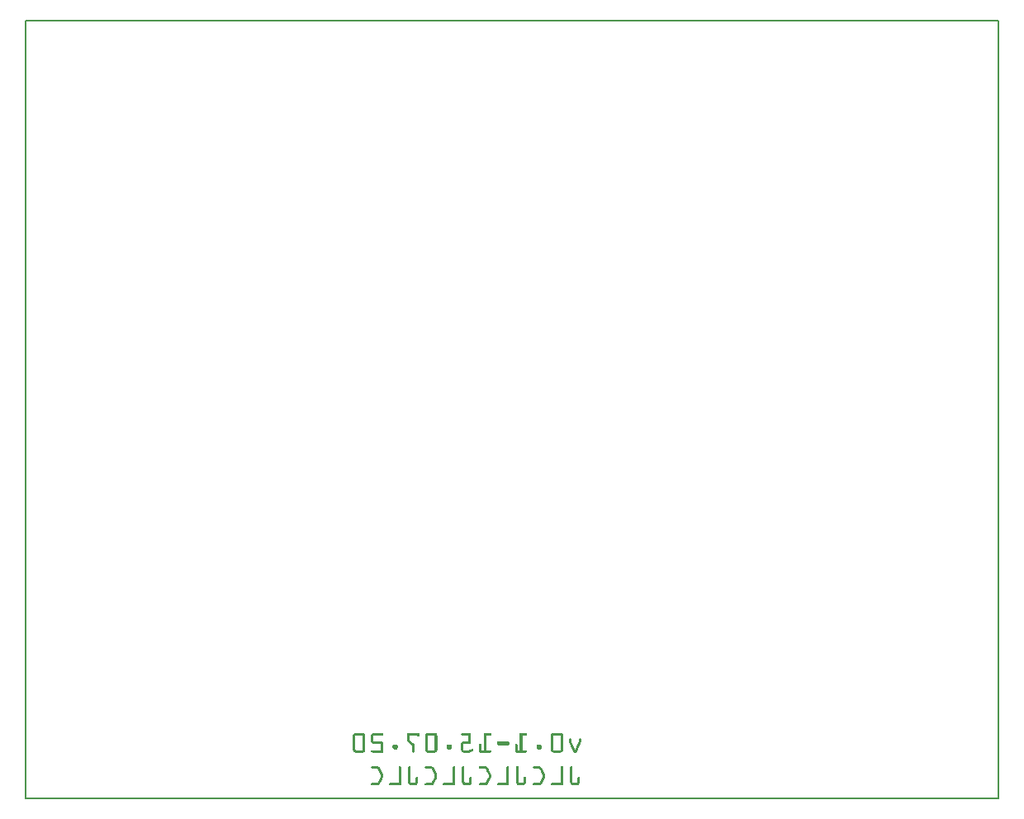
<source format=gbo>
G04 MADE WITH FRITZING*
G04 WWW.FRITZING.ORG*
G04 DOUBLE SIDED*
G04 HOLES PLATED*
G04 CONTOUR ON CENTER OF CONTOUR VECTOR*
%ASAXBY*%
%FSLAX23Y23*%
%MOIN*%
%OFA0B0*%
%SFA1.0B1.0*%
%ADD10R,3.937010X3.149610X3.921010X3.133610*%
%ADD11C,0.008000*%
%ADD12R,0.001000X0.001000*%
%LNSILK0*%
G90*
G70*
G54D11*
X4Y3146D02*
X3933Y3146D01*
X3933Y4D01*
X4Y4D01*
X4Y3146D01*
D02*
G54D12*
X1336Y268D02*
X1368Y268D01*
X1409Y268D02*
X1445Y268D01*
X1545Y268D02*
X1590Y268D01*
X1626Y268D02*
X1658Y268D01*
X1767Y268D02*
X1802Y268D01*
X1856Y268D02*
X1880Y268D01*
X2001Y268D02*
X2025Y268D01*
X2134Y268D02*
X2166Y268D01*
X1333Y267D02*
X1371Y267D01*
X1406Y267D02*
X1447Y267D01*
X1545Y267D02*
X1592Y267D01*
X1623Y267D02*
X1661Y267D01*
X1765Y267D02*
X1802Y267D01*
X1855Y267D02*
X1882Y267D01*
X2000Y267D02*
X2028Y267D01*
X2131Y267D02*
X2169Y267D01*
X1331Y266D02*
X1372Y266D01*
X1404Y266D02*
X1448Y266D01*
X1545Y266D02*
X1593Y266D01*
X1622Y266D02*
X1663Y266D01*
X1764Y266D02*
X1802Y266D01*
X1855Y266D02*
X1883Y266D01*
X2000Y266D02*
X2028Y266D01*
X2130Y266D02*
X2171Y266D01*
X1330Y265D02*
X1373Y265D01*
X1403Y265D02*
X1448Y265D01*
X1545Y265D02*
X1594Y265D01*
X1621Y265D02*
X1664Y265D01*
X1763Y265D02*
X1802Y265D01*
X1855Y265D02*
X1884Y265D01*
X2000Y265D02*
X2029Y265D01*
X2129Y265D02*
X2172Y265D01*
X1329Y264D02*
X1374Y264D01*
X1402Y264D02*
X1449Y264D01*
X1545Y264D02*
X1594Y264D01*
X1620Y264D02*
X1665Y264D01*
X1763Y264D02*
X1802Y264D01*
X1855Y264D02*
X1884Y264D01*
X2000Y264D02*
X2029Y264D01*
X2128Y264D02*
X2173Y264D01*
X1329Y263D02*
X1375Y263D01*
X1401Y263D02*
X1449Y263D01*
X1545Y263D02*
X1594Y263D01*
X1619Y263D02*
X1665Y263D01*
X1763Y263D02*
X1802Y263D01*
X1855Y263D02*
X1884Y263D01*
X2000Y263D02*
X2029Y263D01*
X2127Y263D02*
X2173Y263D01*
X1328Y262D02*
X1375Y262D01*
X1401Y262D02*
X1449Y262D01*
X1545Y262D02*
X1594Y262D01*
X1618Y262D02*
X1666Y262D01*
X1763Y262D02*
X1802Y262D01*
X1855Y262D02*
X1884Y262D01*
X2000Y262D02*
X2029Y262D01*
X2127Y262D02*
X2174Y262D01*
X1328Y261D02*
X1376Y261D01*
X1400Y261D02*
X1448Y261D01*
X1545Y261D02*
X1594Y261D01*
X1618Y261D02*
X1666Y261D01*
X1763Y261D02*
X1802Y261D01*
X1855Y261D02*
X1884Y261D01*
X2000Y261D02*
X2029Y261D01*
X2126Y261D02*
X2174Y261D01*
X1327Y260D02*
X1376Y260D01*
X1400Y260D02*
X1448Y260D01*
X1545Y260D02*
X1594Y260D01*
X1618Y260D02*
X1666Y260D01*
X1764Y260D02*
X1802Y260D01*
X1855Y260D02*
X1883Y260D01*
X2000Y260D02*
X2028Y260D01*
X2126Y260D02*
X2174Y260D01*
X1327Y259D02*
X1376Y259D01*
X1400Y259D02*
X1447Y259D01*
X1545Y259D02*
X1594Y259D01*
X1618Y259D02*
X1667Y259D01*
X1765Y259D02*
X1802Y259D01*
X1855Y259D02*
X1882Y259D01*
X2000Y259D02*
X2027Y259D01*
X2126Y259D02*
X2175Y259D01*
X1327Y258D02*
X1376Y258D01*
X1400Y258D02*
X1443Y258D01*
X1545Y258D02*
X1594Y258D01*
X1618Y258D02*
X1667Y258D01*
X1768Y258D02*
X1802Y258D01*
X1855Y258D02*
X1879Y258D01*
X2000Y258D02*
X2024Y258D01*
X2126Y258D02*
X2175Y258D01*
X1327Y257D02*
X1336Y257D01*
X1367Y257D02*
X1376Y257D01*
X1400Y257D02*
X1409Y257D01*
X1545Y257D02*
X1554Y257D01*
X1585Y257D02*
X1594Y257D01*
X1618Y257D02*
X1627Y257D01*
X1657Y257D02*
X1667Y257D01*
X1793Y257D02*
X1802Y257D01*
X1855Y257D02*
X1864Y257D01*
X2000Y257D02*
X2010Y257D01*
X2126Y257D02*
X2135Y257D01*
X2166Y257D02*
X2175Y257D01*
X1327Y256D02*
X1336Y256D01*
X1367Y256D02*
X1376Y256D01*
X1400Y256D02*
X1409Y256D01*
X1545Y256D02*
X1554Y256D01*
X1586Y256D02*
X1593Y256D01*
X1618Y256D02*
X1627Y256D01*
X1657Y256D02*
X1667Y256D01*
X1793Y256D02*
X1802Y256D01*
X1855Y256D02*
X1864Y256D01*
X2000Y256D02*
X2010Y256D01*
X2126Y256D02*
X2135Y256D01*
X2166Y256D02*
X2175Y256D01*
X1327Y255D02*
X1336Y255D01*
X1367Y255D02*
X1376Y255D01*
X1400Y255D02*
X1409Y255D01*
X1545Y255D02*
X1554Y255D01*
X1587Y255D02*
X1592Y255D01*
X1618Y255D02*
X1627Y255D01*
X1657Y255D02*
X1667Y255D01*
X1793Y255D02*
X1802Y255D01*
X1855Y255D02*
X1864Y255D01*
X2000Y255D02*
X2010Y255D01*
X2126Y255D02*
X2135Y255D01*
X2166Y255D02*
X2175Y255D01*
X1327Y254D02*
X1336Y254D01*
X1367Y254D02*
X1376Y254D01*
X1400Y254D02*
X1409Y254D01*
X1545Y254D02*
X1554Y254D01*
X1589Y254D02*
X1590Y254D01*
X1618Y254D02*
X1627Y254D01*
X1657Y254D02*
X1667Y254D01*
X1793Y254D02*
X1802Y254D01*
X1855Y254D02*
X1864Y254D01*
X2000Y254D02*
X2010Y254D01*
X2126Y254D02*
X2135Y254D01*
X2166Y254D02*
X2175Y254D01*
X1327Y253D02*
X1336Y253D01*
X1367Y253D02*
X1376Y253D01*
X1400Y253D02*
X1409Y253D01*
X1545Y253D02*
X1554Y253D01*
X1618Y253D02*
X1627Y253D01*
X1657Y253D02*
X1667Y253D01*
X1793Y253D02*
X1802Y253D01*
X1855Y253D02*
X1864Y253D01*
X2000Y253D02*
X2010Y253D01*
X2126Y253D02*
X2135Y253D01*
X2166Y253D02*
X2175Y253D01*
X1327Y252D02*
X1336Y252D01*
X1367Y252D02*
X1376Y252D01*
X1400Y252D02*
X1409Y252D01*
X1545Y252D02*
X1554Y252D01*
X1618Y252D02*
X1627Y252D01*
X1657Y252D02*
X1667Y252D01*
X1793Y252D02*
X1802Y252D01*
X1855Y252D02*
X1864Y252D01*
X2000Y252D02*
X2010Y252D01*
X2126Y252D02*
X2135Y252D01*
X2166Y252D02*
X2175Y252D01*
X1327Y251D02*
X1336Y251D01*
X1367Y251D02*
X1376Y251D01*
X1400Y251D02*
X1409Y251D01*
X1545Y251D02*
X1554Y251D01*
X1618Y251D02*
X1627Y251D01*
X1657Y251D02*
X1667Y251D01*
X1793Y251D02*
X1802Y251D01*
X1855Y251D02*
X1864Y251D01*
X2000Y251D02*
X2010Y251D01*
X2126Y251D02*
X2135Y251D01*
X2166Y251D02*
X2175Y251D01*
X1327Y250D02*
X1336Y250D01*
X1367Y250D02*
X1376Y250D01*
X1400Y250D02*
X1409Y250D01*
X1545Y250D02*
X1554Y250D01*
X1618Y250D02*
X1627Y250D01*
X1657Y250D02*
X1667Y250D01*
X1793Y250D02*
X1802Y250D01*
X1855Y250D02*
X1864Y250D01*
X2000Y250D02*
X2010Y250D01*
X2126Y250D02*
X2135Y250D01*
X2166Y250D02*
X2175Y250D01*
X1327Y249D02*
X1336Y249D01*
X1367Y249D02*
X1376Y249D01*
X1400Y249D02*
X1409Y249D01*
X1545Y249D02*
X1554Y249D01*
X1618Y249D02*
X1627Y249D01*
X1657Y249D02*
X1667Y249D01*
X1793Y249D02*
X1802Y249D01*
X1855Y249D02*
X1864Y249D01*
X2000Y249D02*
X2010Y249D01*
X2126Y249D02*
X2135Y249D01*
X2166Y249D02*
X2175Y249D01*
X1327Y248D02*
X1336Y248D01*
X1367Y248D02*
X1376Y248D01*
X1400Y248D02*
X1409Y248D01*
X1545Y248D02*
X1554Y248D01*
X1618Y248D02*
X1627Y248D01*
X1657Y248D02*
X1667Y248D01*
X1793Y248D02*
X1802Y248D01*
X1855Y248D02*
X1864Y248D01*
X2000Y248D02*
X2010Y248D01*
X2126Y248D02*
X2135Y248D01*
X2166Y248D02*
X2175Y248D01*
X1327Y247D02*
X1336Y247D01*
X1367Y247D02*
X1376Y247D01*
X1400Y247D02*
X1409Y247D01*
X1545Y247D02*
X1554Y247D01*
X1618Y247D02*
X1627Y247D01*
X1657Y247D02*
X1667Y247D01*
X1793Y247D02*
X1802Y247D01*
X1855Y247D02*
X1864Y247D01*
X2000Y247D02*
X2010Y247D01*
X2126Y247D02*
X2135Y247D01*
X2166Y247D02*
X2175Y247D01*
X1327Y246D02*
X1336Y246D01*
X1367Y246D02*
X1376Y246D01*
X1400Y246D02*
X1409Y246D01*
X1545Y246D02*
X1554Y246D01*
X1618Y246D02*
X1627Y246D01*
X1657Y246D02*
X1667Y246D01*
X1793Y246D02*
X1802Y246D01*
X1855Y246D02*
X1864Y246D01*
X2000Y246D02*
X2010Y246D01*
X2126Y246D02*
X2135Y246D01*
X2166Y246D02*
X2175Y246D01*
X2201Y246D02*
X2205Y246D01*
X2241Y246D02*
X2245Y246D01*
X1327Y245D02*
X1336Y245D01*
X1367Y245D02*
X1376Y245D01*
X1400Y245D02*
X1409Y245D01*
X1545Y245D02*
X1554Y245D01*
X1618Y245D02*
X1627Y245D01*
X1657Y245D02*
X1667Y245D01*
X1793Y245D02*
X1802Y245D01*
X1855Y245D02*
X1864Y245D01*
X2000Y245D02*
X2010Y245D01*
X2126Y245D02*
X2135Y245D01*
X2166Y245D02*
X2175Y245D01*
X2200Y245D02*
X2206Y245D01*
X2239Y245D02*
X2246Y245D01*
X1327Y244D02*
X1336Y244D01*
X1367Y244D02*
X1376Y244D01*
X1400Y244D02*
X1409Y244D01*
X1545Y244D02*
X1554Y244D01*
X1618Y244D02*
X1627Y244D01*
X1657Y244D02*
X1667Y244D01*
X1793Y244D02*
X1802Y244D01*
X1855Y244D02*
X1864Y244D01*
X2000Y244D02*
X2010Y244D01*
X2126Y244D02*
X2135Y244D01*
X2166Y244D02*
X2175Y244D01*
X2199Y244D02*
X2207Y244D01*
X2239Y244D02*
X2247Y244D01*
X1327Y243D02*
X1336Y243D01*
X1367Y243D02*
X1376Y243D01*
X1400Y243D02*
X1409Y243D01*
X1545Y243D02*
X1554Y243D01*
X1618Y243D02*
X1627Y243D01*
X1657Y243D02*
X1667Y243D01*
X1793Y243D02*
X1802Y243D01*
X1855Y243D02*
X1864Y243D01*
X2000Y243D02*
X2010Y243D01*
X2126Y243D02*
X2135Y243D01*
X2166Y243D02*
X2175Y243D01*
X2199Y243D02*
X2207Y243D01*
X2238Y243D02*
X2247Y243D01*
X1327Y242D02*
X1336Y242D01*
X1367Y242D02*
X1376Y242D01*
X1400Y242D02*
X1409Y242D01*
X1545Y242D02*
X1554Y242D01*
X1618Y242D02*
X1627Y242D01*
X1657Y242D02*
X1667Y242D01*
X1793Y242D02*
X1802Y242D01*
X1855Y242D02*
X1864Y242D01*
X2000Y242D02*
X2010Y242D01*
X2126Y242D02*
X2135Y242D01*
X2166Y242D02*
X2175Y242D01*
X2198Y242D02*
X2207Y242D01*
X2238Y242D02*
X2247Y242D01*
X1327Y241D02*
X1336Y241D01*
X1367Y241D02*
X1376Y241D01*
X1400Y241D02*
X1409Y241D01*
X1545Y241D02*
X1554Y241D01*
X1618Y241D02*
X1627Y241D01*
X1657Y241D02*
X1667Y241D01*
X1793Y241D02*
X1802Y241D01*
X1855Y241D02*
X1864Y241D01*
X2000Y241D02*
X2010Y241D01*
X2126Y241D02*
X2135Y241D01*
X2166Y241D02*
X2175Y241D01*
X2198Y241D02*
X2207Y241D01*
X2238Y241D02*
X2247Y241D01*
X1327Y240D02*
X1336Y240D01*
X1367Y240D02*
X1376Y240D01*
X1400Y240D02*
X1409Y240D01*
X1545Y240D02*
X1554Y240D01*
X1618Y240D02*
X1627Y240D01*
X1657Y240D02*
X1667Y240D01*
X1793Y240D02*
X1802Y240D01*
X1855Y240D02*
X1864Y240D01*
X2000Y240D02*
X2010Y240D01*
X2126Y240D02*
X2135Y240D01*
X2166Y240D02*
X2175Y240D01*
X2198Y240D02*
X2207Y240D01*
X2238Y240D02*
X2247Y240D01*
X1327Y239D02*
X1336Y239D01*
X1367Y239D02*
X1376Y239D01*
X1400Y239D02*
X1409Y239D01*
X1545Y239D02*
X1555Y239D01*
X1618Y239D02*
X1627Y239D01*
X1657Y239D02*
X1667Y239D01*
X1793Y239D02*
X1802Y239D01*
X1855Y239D02*
X1864Y239D01*
X2000Y239D02*
X2010Y239D01*
X2126Y239D02*
X2135Y239D01*
X2166Y239D02*
X2175Y239D01*
X2198Y239D02*
X2207Y239D01*
X2238Y239D02*
X2247Y239D01*
X1327Y238D02*
X1336Y238D01*
X1367Y238D02*
X1376Y238D01*
X1400Y238D02*
X1409Y238D01*
X1545Y238D02*
X1556Y238D01*
X1618Y238D02*
X1627Y238D01*
X1657Y238D02*
X1667Y238D01*
X1793Y238D02*
X1802Y238D01*
X1855Y238D02*
X1864Y238D01*
X2000Y238D02*
X2010Y238D01*
X2126Y238D02*
X2135Y238D01*
X2166Y238D02*
X2175Y238D01*
X2198Y238D02*
X2207Y238D01*
X2238Y238D02*
X2247Y238D01*
X1327Y237D02*
X1336Y237D01*
X1367Y237D02*
X1376Y237D01*
X1400Y237D02*
X1409Y237D01*
X1545Y237D02*
X1557Y237D01*
X1618Y237D02*
X1627Y237D01*
X1657Y237D02*
X1667Y237D01*
X1793Y237D02*
X1802Y237D01*
X1855Y237D02*
X1864Y237D01*
X2000Y237D02*
X2010Y237D01*
X2126Y237D02*
X2135Y237D01*
X2166Y237D02*
X2175Y237D01*
X2198Y237D02*
X2207Y237D01*
X2238Y237D02*
X2247Y237D01*
X1327Y236D02*
X1336Y236D01*
X1367Y236D02*
X1376Y236D01*
X1400Y236D02*
X1409Y236D01*
X1545Y236D02*
X1559Y236D01*
X1618Y236D02*
X1627Y236D01*
X1657Y236D02*
X1667Y236D01*
X1793Y236D02*
X1802Y236D01*
X1855Y236D02*
X1864Y236D01*
X2000Y236D02*
X2010Y236D01*
X2126Y236D02*
X2135Y236D01*
X2166Y236D02*
X2175Y236D01*
X2198Y236D02*
X2207Y236D01*
X2238Y236D02*
X2247Y236D01*
X1327Y235D02*
X1336Y235D01*
X1367Y235D02*
X1376Y235D01*
X1400Y235D02*
X1409Y235D01*
X1546Y235D02*
X1560Y235D01*
X1618Y235D02*
X1627Y235D01*
X1657Y235D02*
X1667Y235D01*
X1793Y235D02*
X1802Y235D01*
X1855Y235D02*
X1864Y235D01*
X2000Y235D02*
X2010Y235D01*
X2126Y235D02*
X2135Y235D01*
X2166Y235D02*
X2175Y235D01*
X2198Y235D02*
X2207Y235D01*
X2238Y235D02*
X2247Y235D01*
X1327Y234D02*
X1336Y234D01*
X1367Y234D02*
X1376Y234D01*
X1400Y234D02*
X1439Y234D01*
X1547Y234D02*
X1561Y234D01*
X1618Y234D02*
X1627Y234D01*
X1657Y234D02*
X1667Y234D01*
X1772Y234D02*
X1802Y234D01*
X1855Y234D02*
X1864Y234D01*
X1912Y234D02*
X1952Y234D01*
X2000Y234D02*
X2010Y234D01*
X2126Y234D02*
X2135Y234D01*
X2166Y234D02*
X2175Y234D01*
X2198Y234D02*
X2208Y234D01*
X2238Y234D02*
X2247Y234D01*
X1327Y233D02*
X1336Y233D01*
X1367Y233D02*
X1376Y233D01*
X1400Y233D02*
X1443Y233D01*
X1548Y233D02*
X1562Y233D01*
X1618Y233D02*
X1627Y233D01*
X1657Y233D02*
X1667Y233D01*
X1769Y233D02*
X1802Y233D01*
X1855Y233D02*
X1864Y233D01*
X1910Y233D02*
X1955Y233D01*
X2000Y233D02*
X2010Y233D01*
X2126Y233D02*
X2135Y233D01*
X2166Y233D02*
X2175Y233D01*
X2198Y233D02*
X2208Y233D01*
X2238Y233D02*
X2247Y233D01*
X1327Y232D02*
X1336Y232D01*
X1367Y232D02*
X1376Y232D01*
X1400Y232D02*
X1445Y232D01*
X1549Y232D02*
X1563Y232D01*
X1618Y232D02*
X1627Y232D01*
X1657Y232D02*
X1667Y232D01*
X1767Y232D02*
X1802Y232D01*
X1855Y232D02*
X1864Y232D01*
X1909Y232D02*
X1956Y232D01*
X2000Y232D02*
X2010Y232D01*
X2126Y232D02*
X2135Y232D01*
X2166Y232D02*
X2175Y232D01*
X2198Y232D02*
X2208Y232D01*
X2237Y232D02*
X2247Y232D01*
X1327Y231D02*
X1336Y231D01*
X1367Y231D02*
X1376Y231D01*
X1400Y231D02*
X1446Y231D01*
X1550Y231D02*
X1565Y231D01*
X1618Y231D02*
X1627Y231D01*
X1657Y231D02*
X1667Y231D01*
X1766Y231D02*
X1802Y231D01*
X1855Y231D02*
X1864Y231D01*
X1908Y231D02*
X1956Y231D01*
X2000Y231D02*
X2010Y231D01*
X2126Y231D02*
X2135Y231D01*
X2166Y231D02*
X2175Y231D01*
X2199Y231D02*
X2209Y231D01*
X2237Y231D02*
X2247Y231D01*
X1327Y230D02*
X1336Y230D01*
X1367Y230D02*
X1376Y230D01*
X1401Y230D02*
X1447Y230D01*
X1551Y230D02*
X1566Y230D01*
X1618Y230D02*
X1627Y230D01*
X1657Y230D02*
X1667Y230D01*
X1765Y230D02*
X1802Y230D01*
X1855Y230D02*
X1864Y230D01*
X1908Y230D02*
X1957Y230D01*
X2000Y230D02*
X2010Y230D01*
X2126Y230D02*
X2135Y230D01*
X2166Y230D02*
X2175Y230D01*
X2199Y230D02*
X2209Y230D01*
X2236Y230D02*
X2246Y230D01*
X1327Y229D02*
X1336Y229D01*
X1367Y229D02*
X1376Y229D01*
X1401Y229D02*
X1447Y229D01*
X1552Y229D02*
X1567Y229D01*
X1618Y229D02*
X1627Y229D01*
X1657Y229D02*
X1667Y229D01*
X1764Y229D02*
X1802Y229D01*
X1855Y229D02*
X1864Y229D01*
X1908Y229D02*
X1957Y229D01*
X2000Y229D02*
X2010Y229D01*
X2126Y229D02*
X2135Y229D01*
X2166Y229D02*
X2175Y229D01*
X2200Y229D02*
X2210Y229D01*
X2236Y229D02*
X2246Y229D01*
X1327Y228D02*
X1336Y228D01*
X1367Y228D02*
X1376Y228D01*
X1402Y228D02*
X1448Y228D01*
X1553Y228D02*
X1568Y228D01*
X1618Y228D02*
X1627Y228D01*
X1657Y228D02*
X1667Y228D01*
X1764Y228D02*
X1802Y228D01*
X1855Y228D02*
X1864Y228D01*
X1908Y228D02*
X1957Y228D01*
X2000Y228D02*
X2010Y228D01*
X2126Y228D02*
X2135Y228D01*
X2166Y228D02*
X2175Y228D01*
X2200Y228D02*
X2210Y228D01*
X2235Y228D02*
X2245Y228D01*
X1327Y227D02*
X1336Y227D01*
X1367Y227D02*
X1376Y227D01*
X1403Y227D02*
X1448Y227D01*
X1555Y227D02*
X1569Y227D01*
X1618Y227D02*
X1627Y227D01*
X1657Y227D02*
X1667Y227D01*
X1763Y227D02*
X1802Y227D01*
X1855Y227D02*
X1864Y227D01*
X1908Y227D02*
X1957Y227D01*
X2000Y227D02*
X2010Y227D01*
X2126Y227D02*
X2135Y227D01*
X2166Y227D02*
X2175Y227D01*
X2201Y227D02*
X2211Y227D01*
X2235Y227D02*
X2245Y227D01*
X1327Y226D02*
X1336Y226D01*
X1367Y226D02*
X1376Y226D01*
X1404Y226D02*
X1449Y226D01*
X1556Y226D02*
X1570Y226D01*
X1618Y226D02*
X1627Y226D01*
X1657Y226D02*
X1667Y226D01*
X1763Y226D02*
X1802Y226D01*
X1855Y226D02*
X1864Y226D01*
X1908Y226D02*
X1957Y226D01*
X2000Y226D02*
X2010Y226D01*
X2126Y226D02*
X2135Y226D01*
X2166Y226D02*
X2175Y226D01*
X2201Y226D02*
X2211Y226D01*
X2235Y226D02*
X2245Y226D01*
X1327Y225D02*
X1336Y225D01*
X1367Y225D02*
X1376Y225D01*
X1406Y225D02*
X1449Y225D01*
X1557Y225D02*
X1572Y225D01*
X1618Y225D02*
X1627Y225D01*
X1657Y225D02*
X1667Y225D01*
X1763Y225D02*
X1802Y225D01*
X1838Y225D02*
X1842Y225D01*
X1855Y225D02*
X1864Y225D01*
X1908Y225D02*
X1957Y225D01*
X1983Y225D02*
X1987Y225D01*
X2000Y225D02*
X2010Y225D01*
X2126Y225D02*
X2135Y225D01*
X2166Y225D02*
X2175Y225D01*
X2201Y225D02*
X2211Y225D01*
X2234Y225D02*
X2244Y225D01*
X1327Y224D02*
X1336Y224D01*
X1367Y224D02*
X1376Y224D01*
X1410Y224D02*
X1449Y224D01*
X1558Y224D02*
X1573Y224D01*
X1618Y224D02*
X1627Y224D01*
X1657Y224D02*
X1667Y224D01*
X1763Y224D02*
X1801Y224D01*
X1837Y224D02*
X1843Y224D01*
X1855Y224D02*
X1864Y224D01*
X1908Y224D02*
X1957Y224D01*
X1982Y224D02*
X1988Y224D01*
X2000Y224D02*
X2010Y224D01*
X2126Y224D02*
X2135Y224D01*
X2166Y224D02*
X2175Y224D01*
X2202Y224D02*
X2212Y224D01*
X2234Y224D02*
X2244Y224D01*
X1327Y223D02*
X1336Y223D01*
X1367Y223D02*
X1376Y223D01*
X1440Y223D02*
X1449Y223D01*
X1559Y223D02*
X1573Y223D01*
X1618Y223D02*
X1627Y223D01*
X1657Y223D02*
X1667Y223D01*
X1763Y223D02*
X1772Y223D01*
X1836Y223D02*
X1844Y223D01*
X1855Y223D02*
X1864Y223D01*
X1908Y223D02*
X1957Y223D01*
X1981Y223D02*
X1989Y223D01*
X2000Y223D02*
X2010Y223D01*
X2126Y223D02*
X2135Y223D01*
X2166Y223D02*
X2175Y223D01*
X2202Y223D02*
X2212Y223D01*
X2233Y223D02*
X2243Y223D01*
X1327Y222D02*
X1336Y222D01*
X1367Y222D02*
X1376Y222D01*
X1440Y222D02*
X1449Y222D01*
X1560Y222D02*
X1574Y222D01*
X1618Y222D02*
X1627Y222D01*
X1657Y222D02*
X1667Y222D01*
X1763Y222D02*
X1772Y222D01*
X1836Y222D02*
X1844Y222D01*
X1855Y222D02*
X1864Y222D01*
X1909Y222D02*
X1956Y222D01*
X1981Y222D02*
X1989Y222D01*
X2000Y222D02*
X2010Y222D01*
X2126Y222D02*
X2135Y222D01*
X2166Y222D02*
X2175Y222D01*
X2203Y222D02*
X2213Y222D01*
X2233Y222D02*
X2243Y222D01*
X1327Y221D02*
X1336Y221D01*
X1367Y221D02*
X1376Y221D01*
X1440Y221D02*
X1449Y221D01*
X1491Y221D02*
X1503Y221D01*
X1562Y221D02*
X1574Y221D01*
X1618Y221D02*
X1627Y221D01*
X1657Y221D02*
X1667Y221D01*
X1709Y221D02*
X1721Y221D01*
X1763Y221D02*
X1772Y221D01*
X1835Y221D02*
X1844Y221D01*
X1855Y221D02*
X1864Y221D01*
X1910Y221D02*
X1955Y221D01*
X1981Y221D02*
X1990Y221D01*
X2000Y221D02*
X2010Y221D01*
X2072Y221D02*
X2084Y221D01*
X2126Y221D02*
X2135Y221D01*
X2166Y221D02*
X2175Y221D01*
X2203Y221D02*
X2213Y221D01*
X2232Y221D02*
X2242Y221D01*
X1327Y220D02*
X1336Y220D01*
X1367Y220D02*
X1376Y220D01*
X1440Y220D02*
X1449Y220D01*
X1489Y220D02*
X1505Y220D01*
X1563Y220D02*
X1574Y220D01*
X1618Y220D02*
X1627Y220D01*
X1657Y220D02*
X1667Y220D01*
X1707Y220D02*
X1723Y220D01*
X1763Y220D02*
X1772Y220D01*
X1835Y220D02*
X1844Y220D01*
X1855Y220D02*
X1864Y220D01*
X1911Y220D02*
X1954Y220D01*
X1981Y220D02*
X1990Y220D01*
X2000Y220D02*
X2010Y220D01*
X2070Y220D02*
X2085Y220D01*
X2126Y220D02*
X2135Y220D01*
X2166Y220D02*
X2175Y220D01*
X2204Y220D02*
X2214Y220D01*
X2232Y220D02*
X2242Y220D01*
X1327Y219D02*
X1336Y219D01*
X1367Y219D02*
X1376Y219D01*
X1440Y219D02*
X1449Y219D01*
X1488Y219D02*
X1506Y219D01*
X1564Y219D02*
X1574Y219D01*
X1618Y219D02*
X1627Y219D01*
X1657Y219D02*
X1667Y219D01*
X1706Y219D02*
X1723Y219D01*
X1763Y219D02*
X1772Y219D01*
X1835Y219D02*
X1845Y219D01*
X1855Y219D02*
X1864Y219D01*
X1981Y219D02*
X1990Y219D01*
X2000Y219D02*
X2010Y219D01*
X2069Y219D02*
X2086Y219D01*
X2126Y219D02*
X2135Y219D01*
X2166Y219D02*
X2175Y219D01*
X2204Y219D02*
X2214Y219D01*
X2231Y219D02*
X2242Y219D01*
X1327Y218D02*
X1336Y218D01*
X1367Y218D02*
X1376Y218D01*
X1440Y218D02*
X1449Y218D01*
X1488Y218D02*
X1506Y218D01*
X1565Y218D02*
X1574Y218D01*
X1618Y218D02*
X1627Y218D01*
X1657Y218D02*
X1667Y218D01*
X1706Y218D02*
X1724Y218D01*
X1763Y218D02*
X1772Y218D01*
X1835Y218D02*
X1845Y218D01*
X1855Y218D02*
X1864Y218D01*
X1981Y218D02*
X1990Y218D01*
X2000Y218D02*
X2010Y218D01*
X2068Y218D02*
X2087Y218D01*
X2126Y218D02*
X2135Y218D01*
X2166Y218D02*
X2175Y218D01*
X2205Y218D02*
X2215Y218D01*
X2231Y218D02*
X2241Y218D01*
X1327Y217D02*
X1336Y217D01*
X1367Y217D02*
X1376Y217D01*
X1440Y217D02*
X1449Y217D01*
X1488Y217D02*
X1506Y217D01*
X1565Y217D02*
X1574Y217D01*
X1618Y217D02*
X1627Y217D01*
X1657Y217D02*
X1667Y217D01*
X1705Y217D02*
X1724Y217D01*
X1763Y217D02*
X1772Y217D01*
X1835Y217D02*
X1845Y217D01*
X1855Y217D02*
X1864Y217D01*
X1981Y217D02*
X1990Y217D01*
X2000Y217D02*
X2010Y217D01*
X2068Y217D02*
X2087Y217D01*
X2126Y217D02*
X2135Y217D01*
X2166Y217D02*
X2175Y217D01*
X2205Y217D02*
X2215Y217D01*
X2231Y217D02*
X2241Y217D01*
X1327Y216D02*
X1336Y216D01*
X1367Y216D02*
X1376Y216D01*
X1440Y216D02*
X1449Y216D01*
X1487Y216D02*
X1507Y216D01*
X1565Y216D02*
X1574Y216D01*
X1618Y216D02*
X1627Y216D01*
X1657Y216D02*
X1667Y216D01*
X1705Y216D02*
X1724Y216D01*
X1763Y216D02*
X1772Y216D01*
X1835Y216D02*
X1845Y216D01*
X1855Y216D02*
X1864Y216D01*
X1981Y216D02*
X1990Y216D01*
X2000Y216D02*
X2010Y216D01*
X2068Y216D02*
X2087Y216D01*
X2126Y216D02*
X2135Y216D01*
X2166Y216D02*
X2175Y216D01*
X2205Y216D02*
X2215Y216D01*
X2230Y216D02*
X2240Y216D01*
X1327Y215D02*
X1336Y215D01*
X1367Y215D02*
X1376Y215D01*
X1440Y215D02*
X1449Y215D01*
X1487Y215D02*
X1507Y215D01*
X1565Y215D02*
X1574Y215D01*
X1618Y215D02*
X1627Y215D01*
X1657Y215D02*
X1667Y215D01*
X1705Y215D02*
X1724Y215D01*
X1763Y215D02*
X1772Y215D01*
X1835Y215D02*
X1845Y215D01*
X1855Y215D02*
X1864Y215D01*
X1981Y215D02*
X1990Y215D01*
X2000Y215D02*
X2010Y215D01*
X2068Y215D02*
X2087Y215D01*
X2126Y215D02*
X2135Y215D01*
X2166Y215D02*
X2175Y215D01*
X2206Y215D02*
X2216Y215D01*
X2230Y215D02*
X2240Y215D01*
X1327Y214D02*
X1336Y214D01*
X1367Y214D02*
X1376Y214D01*
X1440Y214D02*
X1449Y214D01*
X1487Y214D02*
X1507Y214D01*
X1565Y214D02*
X1574Y214D01*
X1618Y214D02*
X1627Y214D01*
X1657Y214D02*
X1667Y214D01*
X1705Y214D02*
X1724Y214D01*
X1763Y214D02*
X1772Y214D01*
X1835Y214D02*
X1845Y214D01*
X1855Y214D02*
X1864Y214D01*
X1981Y214D02*
X1990Y214D01*
X2000Y214D02*
X2010Y214D01*
X2068Y214D02*
X2087Y214D01*
X2126Y214D02*
X2135Y214D01*
X2166Y214D02*
X2175Y214D01*
X2206Y214D02*
X2216Y214D01*
X2229Y214D02*
X2239Y214D01*
X1327Y213D02*
X1336Y213D01*
X1367Y213D02*
X1376Y213D01*
X1440Y213D02*
X1449Y213D01*
X1487Y213D02*
X1507Y213D01*
X1565Y213D02*
X1574Y213D01*
X1618Y213D02*
X1627Y213D01*
X1657Y213D02*
X1667Y213D01*
X1705Y213D02*
X1724Y213D01*
X1763Y213D02*
X1772Y213D01*
X1835Y213D02*
X1845Y213D01*
X1855Y213D02*
X1864Y213D01*
X1981Y213D02*
X1990Y213D01*
X2000Y213D02*
X2010Y213D01*
X2068Y213D02*
X2087Y213D01*
X2126Y213D02*
X2135Y213D01*
X2166Y213D02*
X2175Y213D01*
X2207Y213D02*
X2217Y213D01*
X2229Y213D02*
X2239Y213D01*
X1327Y212D02*
X1336Y212D01*
X1367Y212D02*
X1376Y212D01*
X1440Y212D02*
X1449Y212D01*
X1487Y212D02*
X1507Y212D01*
X1565Y212D02*
X1574Y212D01*
X1618Y212D02*
X1627Y212D01*
X1657Y212D02*
X1667Y212D01*
X1705Y212D02*
X1724Y212D01*
X1763Y212D02*
X1772Y212D01*
X1835Y212D02*
X1845Y212D01*
X1855Y212D02*
X1864Y212D01*
X1981Y212D02*
X1990Y212D01*
X2000Y212D02*
X2010Y212D01*
X2068Y212D02*
X2087Y212D01*
X2126Y212D02*
X2135Y212D01*
X2166Y212D02*
X2175Y212D01*
X2207Y212D02*
X2217Y212D01*
X2228Y212D02*
X2238Y212D01*
X1327Y211D02*
X1336Y211D01*
X1367Y211D02*
X1376Y211D01*
X1440Y211D02*
X1449Y211D01*
X1487Y211D02*
X1507Y211D01*
X1565Y211D02*
X1574Y211D01*
X1618Y211D02*
X1627Y211D01*
X1657Y211D02*
X1667Y211D01*
X1705Y211D02*
X1724Y211D01*
X1763Y211D02*
X1772Y211D01*
X1835Y211D02*
X1845Y211D01*
X1855Y211D02*
X1864Y211D01*
X1981Y211D02*
X1990Y211D01*
X2000Y211D02*
X2010Y211D01*
X2068Y211D02*
X2087Y211D01*
X2126Y211D02*
X2135Y211D01*
X2166Y211D02*
X2175Y211D01*
X2208Y211D02*
X2218Y211D01*
X2228Y211D02*
X2238Y211D01*
X1327Y210D02*
X1336Y210D01*
X1367Y210D02*
X1376Y210D01*
X1440Y210D02*
X1449Y210D01*
X1487Y210D02*
X1507Y210D01*
X1565Y210D02*
X1574Y210D01*
X1618Y210D02*
X1627Y210D01*
X1657Y210D02*
X1667Y210D01*
X1705Y210D02*
X1724Y210D01*
X1763Y210D02*
X1772Y210D01*
X1835Y210D02*
X1845Y210D01*
X1855Y210D02*
X1864Y210D01*
X1981Y210D02*
X1990Y210D01*
X2000Y210D02*
X2010Y210D01*
X2068Y210D02*
X2087Y210D01*
X2126Y210D02*
X2135Y210D01*
X2166Y210D02*
X2175Y210D01*
X2208Y210D02*
X2218Y210D01*
X2228Y210D02*
X2238Y210D01*
X1327Y209D02*
X1336Y209D01*
X1367Y209D02*
X1376Y209D01*
X1440Y209D02*
X1449Y209D01*
X1487Y209D02*
X1507Y209D01*
X1565Y209D02*
X1574Y209D01*
X1618Y209D02*
X1627Y209D01*
X1657Y209D02*
X1667Y209D01*
X1705Y209D02*
X1724Y209D01*
X1763Y209D02*
X1772Y209D01*
X1835Y209D02*
X1845Y209D01*
X1855Y209D02*
X1864Y209D01*
X1981Y209D02*
X1990Y209D01*
X2000Y209D02*
X2010Y209D01*
X2068Y209D02*
X2087Y209D01*
X2126Y209D02*
X2135Y209D01*
X2166Y209D02*
X2175Y209D01*
X2208Y209D02*
X2219Y209D01*
X2227Y209D02*
X2237Y209D01*
X1327Y208D02*
X1336Y208D01*
X1367Y208D02*
X1376Y208D01*
X1440Y208D02*
X1449Y208D01*
X1487Y208D02*
X1507Y208D01*
X1565Y208D02*
X1574Y208D01*
X1618Y208D02*
X1627Y208D01*
X1657Y208D02*
X1667Y208D01*
X1705Y208D02*
X1724Y208D01*
X1763Y208D02*
X1772Y208D01*
X1835Y208D02*
X1845Y208D01*
X1855Y208D02*
X1864Y208D01*
X1981Y208D02*
X1990Y208D01*
X2000Y208D02*
X2010Y208D01*
X2068Y208D02*
X2087Y208D01*
X2126Y208D02*
X2135Y208D01*
X2166Y208D02*
X2175Y208D01*
X2209Y208D02*
X2219Y208D01*
X2227Y208D02*
X2237Y208D01*
X1327Y207D02*
X1336Y207D01*
X1367Y207D02*
X1376Y207D01*
X1440Y207D02*
X1449Y207D01*
X1488Y207D02*
X1506Y207D01*
X1565Y207D02*
X1574Y207D01*
X1618Y207D02*
X1627Y207D01*
X1657Y207D02*
X1667Y207D01*
X1705Y207D02*
X1724Y207D01*
X1763Y207D02*
X1772Y207D01*
X1835Y207D02*
X1845Y207D01*
X1855Y207D02*
X1864Y207D01*
X1981Y207D02*
X1990Y207D01*
X2000Y207D02*
X2010Y207D01*
X2068Y207D02*
X2087Y207D01*
X2126Y207D02*
X2135Y207D01*
X2166Y207D02*
X2175Y207D01*
X2209Y207D02*
X2219Y207D01*
X2226Y207D02*
X2236Y207D01*
X1327Y206D02*
X1336Y206D01*
X1367Y206D02*
X1376Y206D01*
X1440Y206D02*
X1449Y206D01*
X1488Y206D02*
X1506Y206D01*
X1565Y206D02*
X1574Y206D01*
X1618Y206D02*
X1627Y206D01*
X1657Y206D02*
X1667Y206D01*
X1705Y206D02*
X1724Y206D01*
X1763Y206D02*
X1772Y206D01*
X1835Y206D02*
X1845Y206D01*
X1855Y206D02*
X1864Y206D01*
X1981Y206D02*
X1990Y206D01*
X2000Y206D02*
X2010Y206D01*
X2068Y206D02*
X2087Y206D01*
X2126Y206D02*
X2135Y206D01*
X2166Y206D02*
X2175Y206D01*
X2210Y206D02*
X2220Y206D01*
X2226Y206D02*
X2236Y206D01*
X1327Y205D02*
X1336Y205D01*
X1367Y205D02*
X1376Y205D01*
X1440Y205D02*
X1449Y205D01*
X1488Y205D02*
X1506Y205D01*
X1565Y205D02*
X1574Y205D01*
X1618Y205D02*
X1627Y205D01*
X1657Y205D02*
X1667Y205D01*
X1706Y205D02*
X1723Y205D01*
X1763Y205D02*
X1772Y205D01*
X1835Y205D02*
X1845Y205D01*
X1855Y205D02*
X1864Y205D01*
X1981Y205D02*
X1990Y205D01*
X2000Y205D02*
X2010Y205D01*
X2069Y205D02*
X2086Y205D01*
X2126Y205D02*
X2135Y205D01*
X2166Y205D02*
X2175Y205D01*
X2210Y205D02*
X2220Y205D01*
X2225Y205D02*
X2235Y205D01*
X1327Y204D02*
X1336Y204D01*
X1367Y204D02*
X1376Y204D01*
X1440Y204D02*
X1449Y204D01*
X1489Y204D02*
X1505Y204D01*
X1565Y204D02*
X1574Y204D01*
X1618Y204D02*
X1627Y204D01*
X1657Y204D02*
X1667Y204D01*
X1707Y204D02*
X1723Y204D01*
X1763Y204D02*
X1772Y204D01*
X1806Y204D02*
X1808Y204D01*
X1835Y204D02*
X1845Y204D01*
X1855Y204D02*
X1864Y204D01*
X1981Y204D02*
X1990Y204D01*
X2000Y204D02*
X2010Y204D01*
X2070Y204D02*
X2086Y204D01*
X2126Y204D02*
X2135Y204D01*
X2166Y204D02*
X2175Y204D01*
X2211Y204D02*
X2221Y204D01*
X2225Y204D02*
X2235Y204D01*
X1327Y203D02*
X1336Y203D01*
X1367Y203D02*
X1376Y203D01*
X1440Y203D02*
X1449Y203D01*
X1491Y203D02*
X1503Y203D01*
X1565Y203D02*
X1574Y203D01*
X1618Y203D02*
X1627Y203D01*
X1657Y203D02*
X1667Y203D01*
X1708Y203D02*
X1721Y203D01*
X1763Y203D02*
X1772Y203D01*
X1804Y203D02*
X1810Y203D01*
X1835Y203D02*
X1845Y203D01*
X1855Y203D02*
X1864Y203D01*
X1981Y203D02*
X1990Y203D01*
X2000Y203D02*
X2010Y203D01*
X2071Y203D02*
X2084Y203D01*
X2126Y203D02*
X2135Y203D01*
X2166Y203D02*
X2175Y203D01*
X2211Y203D02*
X2221Y203D01*
X2225Y203D02*
X2235Y203D01*
X1327Y202D02*
X1336Y202D01*
X1367Y202D02*
X1376Y202D01*
X1440Y202D02*
X1449Y202D01*
X1565Y202D02*
X1574Y202D01*
X1618Y202D02*
X1627Y202D01*
X1657Y202D02*
X1667Y202D01*
X1763Y202D02*
X1772Y202D01*
X1801Y202D02*
X1811Y202D01*
X1835Y202D02*
X1845Y202D01*
X1855Y202D02*
X1864Y202D01*
X1981Y202D02*
X1990Y202D01*
X2000Y202D02*
X2010Y202D01*
X2126Y202D02*
X2135Y202D01*
X2166Y202D02*
X2175Y202D01*
X2212Y202D02*
X2222Y202D01*
X2224Y202D02*
X2234Y202D01*
X1327Y201D02*
X1336Y201D01*
X1367Y201D02*
X1376Y201D01*
X1440Y201D02*
X1449Y201D01*
X1565Y201D02*
X1574Y201D01*
X1618Y201D02*
X1627Y201D01*
X1657Y201D02*
X1667Y201D01*
X1763Y201D02*
X1772Y201D01*
X1799Y201D02*
X1811Y201D01*
X1835Y201D02*
X1845Y201D01*
X1855Y201D02*
X1864Y201D01*
X1981Y201D02*
X1990Y201D01*
X2000Y201D02*
X2010Y201D01*
X2126Y201D02*
X2135Y201D01*
X2166Y201D02*
X2175Y201D01*
X2212Y201D02*
X2222Y201D01*
X2224Y201D02*
X2234Y201D01*
X1327Y200D02*
X1337Y200D01*
X1367Y200D02*
X1376Y200D01*
X1439Y200D02*
X1449Y200D01*
X1565Y200D02*
X1574Y200D01*
X1618Y200D02*
X1627Y200D01*
X1657Y200D02*
X1667Y200D01*
X1763Y200D02*
X1772Y200D01*
X1796Y200D02*
X1812Y200D01*
X1835Y200D02*
X1845Y200D01*
X1855Y200D02*
X1865Y200D01*
X1981Y200D02*
X1990Y200D01*
X2000Y200D02*
X2010Y200D01*
X2126Y200D02*
X2135Y200D01*
X2165Y200D02*
X2175Y200D01*
X2212Y200D02*
X2233Y200D01*
X1327Y199D02*
X1376Y199D01*
X1402Y199D02*
X1449Y199D01*
X1565Y199D02*
X1574Y199D01*
X1618Y199D02*
X1667Y199D01*
X1763Y199D02*
X1812Y199D01*
X1835Y199D02*
X1882Y199D01*
X1981Y199D02*
X2027Y199D01*
X2126Y199D02*
X2175Y199D01*
X2213Y199D02*
X2233Y199D01*
X1327Y198D02*
X1376Y198D01*
X1401Y198D02*
X1449Y198D01*
X1565Y198D02*
X1574Y198D01*
X1618Y198D02*
X1666Y198D01*
X1763Y198D02*
X1812Y198D01*
X1835Y198D02*
X1883Y198D01*
X1981Y198D02*
X2028Y198D01*
X2126Y198D02*
X2174Y198D01*
X2213Y198D02*
X2232Y198D01*
X1328Y197D02*
X1376Y197D01*
X1400Y197D02*
X1449Y197D01*
X1565Y197D02*
X1574Y197D01*
X1618Y197D02*
X1666Y197D01*
X1763Y197D02*
X1811Y197D01*
X1835Y197D02*
X1884Y197D01*
X1981Y197D02*
X2029Y197D01*
X2126Y197D02*
X2174Y197D01*
X2214Y197D02*
X2232Y197D01*
X1328Y196D02*
X1375Y196D01*
X1400Y196D02*
X1449Y196D01*
X1565Y196D02*
X1574Y196D01*
X1618Y196D02*
X1666Y196D01*
X1764Y196D02*
X1811Y196D01*
X1835Y196D02*
X1884Y196D01*
X1981Y196D02*
X2029Y196D01*
X2127Y196D02*
X2174Y196D01*
X2214Y196D02*
X2231Y196D01*
X1329Y195D02*
X1375Y195D01*
X1400Y195D02*
X1449Y195D01*
X1565Y195D02*
X1574Y195D01*
X1619Y195D02*
X1665Y195D01*
X1764Y195D02*
X1810Y195D01*
X1835Y195D02*
X1884Y195D01*
X1981Y195D02*
X2029Y195D01*
X2127Y195D02*
X2173Y195D01*
X2215Y195D02*
X2231Y195D01*
X1329Y194D02*
X1374Y194D01*
X1400Y194D02*
X1449Y194D01*
X1565Y194D02*
X1574Y194D01*
X1620Y194D02*
X1665Y194D01*
X1765Y194D02*
X1808Y194D01*
X1836Y194D02*
X1884Y194D01*
X1981Y194D02*
X2029Y194D01*
X2128Y194D02*
X2173Y194D01*
X2215Y194D02*
X2231Y194D01*
X1330Y193D02*
X1373Y193D01*
X1400Y193D02*
X1449Y193D01*
X1565Y193D02*
X1574Y193D01*
X1621Y193D02*
X1664Y193D01*
X1766Y193D02*
X1806Y193D01*
X1836Y193D02*
X1884Y193D01*
X1981Y193D02*
X2029Y193D01*
X2129Y193D02*
X2172Y193D01*
X2215Y193D02*
X2230Y193D01*
X1331Y192D02*
X1372Y192D01*
X1401Y192D02*
X1449Y192D01*
X1566Y192D02*
X1573Y192D01*
X1622Y192D02*
X1663Y192D01*
X1767Y192D02*
X1803Y192D01*
X1836Y192D02*
X1883Y192D01*
X1982Y192D02*
X2028Y192D01*
X2130Y192D02*
X2171Y192D01*
X2216Y192D02*
X2230Y192D01*
X1333Y191D02*
X1371Y191D01*
X1402Y191D02*
X1449Y191D01*
X1567Y191D02*
X1572Y191D01*
X1623Y191D02*
X1661Y191D01*
X1768Y191D02*
X1801Y191D01*
X1837Y191D02*
X1882Y191D01*
X1983Y191D02*
X2028Y191D01*
X2131Y191D02*
X2169Y191D01*
X2217Y191D02*
X2229Y191D01*
X1336Y190D02*
X1368Y190D01*
X1404Y190D02*
X1449Y190D01*
X1569Y190D02*
X1570Y190D01*
X1626Y190D02*
X1658Y190D01*
X1771Y190D02*
X1797Y190D01*
X1840Y190D02*
X1880Y190D01*
X1985Y190D02*
X2025Y190D01*
X2134Y190D02*
X2166Y190D01*
X2219Y190D02*
X2227Y190D01*
X1402Y134D02*
X1426Y134D01*
X1515Y134D02*
X1518Y134D01*
X1553Y134D02*
X1556Y134D01*
X1620Y134D02*
X1643Y134D01*
X1733Y134D02*
X1736Y134D01*
X1770Y134D02*
X1773Y134D01*
X1838Y134D02*
X1861Y134D01*
X1950Y134D02*
X1953Y134D01*
X1988Y134D02*
X1991Y134D01*
X2056Y134D02*
X2079Y134D01*
X2168Y134D02*
X2171Y134D01*
X2206Y134D02*
X2209Y134D01*
X1401Y133D02*
X1429Y133D01*
X1513Y133D02*
X1519Y133D01*
X1551Y133D02*
X1557Y133D01*
X1619Y133D02*
X1646Y133D01*
X1731Y133D02*
X1737Y133D01*
X1769Y133D02*
X1775Y133D01*
X1836Y133D02*
X1864Y133D01*
X1949Y133D02*
X1955Y133D01*
X1987Y133D02*
X1993Y133D01*
X2054Y133D02*
X2082Y133D01*
X2167Y133D02*
X2173Y133D01*
X2204Y133D02*
X2210Y133D01*
X1400Y132D02*
X1430Y132D01*
X1513Y132D02*
X1520Y132D01*
X1550Y132D02*
X1558Y132D01*
X1618Y132D02*
X1648Y132D01*
X1730Y132D02*
X1738Y132D01*
X1768Y132D02*
X1776Y132D01*
X1836Y132D02*
X1866Y132D01*
X1948Y132D02*
X1956Y132D01*
X1986Y132D02*
X1993Y132D01*
X2053Y132D02*
X2084Y132D01*
X2166Y132D02*
X2173Y132D01*
X2204Y132D02*
X2211Y132D01*
X1400Y131D02*
X1432Y131D01*
X1512Y131D02*
X1521Y131D01*
X1550Y131D02*
X1558Y131D01*
X1617Y131D02*
X1650Y131D01*
X1730Y131D02*
X1738Y131D01*
X1768Y131D02*
X1776Y131D01*
X1835Y131D02*
X1867Y131D01*
X1948Y131D02*
X1956Y131D01*
X1985Y131D02*
X1994Y131D01*
X2053Y131D02*
X2085Y131D01*
X2165Y131D02*
X2174Y131D01*
X2203Y131D02*
X2212Y131D01*
X1399Y130D02*
X1433Y130D01*
X1512Y130D02*
X1521Y130D01*
X1550Y130D02*
X1559Y130D01*
X1617Y130D02*
X1651Y130D01*
X1730Y130D02*
X1739Y130D01*
X1767Y130D02*
X1776Y130D01*
X1835Y130D02*
X1868Y130D01*
X1947Y130D02*
X1956Y130D01*
X1985Y130D02*
X1994Y130D01*
X2053Y130D02*
X2086Y130D01*
X2165Y130D02*
X2174Y130D01*
X2203Y130D02*
X2212Y130D01*
X1399Y129D02*
X1434Y129D01*
X1512Y129D02*
X1521Y129D01*
X1550Y129D02*
X1559Y129D01*
X1617Y129D02*
X1652Y129D01*
X1730Y129D02*
X1739Y129D01*
X1767Y129D02*
X1776Y129D01*
X1835Y129D02*
X1869Y129D01*
X1947Y129D02*
X1956Y129D01*
X1985Y129D02*
X1994Y129D01*
X2053Y129D02*
X2087Y129D01*
X2165Y129D02*
X2174Y129D01*
X2203Y129D02*
X2212Y129D01*
X1400Y128D02*
X1435Y128D01*
X1512Y128D02*
X1521Y128D01*
X1549Y128D02*
X1559Y128D01*
X1617Y128D02*
X1652Y128D01*
X1729Y128D02*
X1739Y128D01*
X1767Y128D02*
X1776Y128D01*
X1835Y128D02*
X1870Y128D01*
X1947Y128D02*
X1956Y128D01*
X1985Y128D02*
X1994Y128D01*
X2053Y128D02*
X2088Y128D01*
X2165Y128D02*
X2174Y128D01*
X2203Y128D02*
X2212Y128D01*
X1400Y127D02*
X1435Y127D01*
X1512Y127D02*
X1521Y127D01*
X1549Y127D02*
X1559Y127D01*
X1618Y127D02*
X1653Y127D01*
X1729Y127D02*
X1739Y127D01*
X1767Y127D02*
X1776Y127D01*
X1835Y127D02*
X1871Y127D01*
X1947Y127D02*
X1956Y127D01*
X1985Y127D02*
X1994Y127D01*
X2053Y127D02*
X2089Y127D01*
X2165Y127D02*
X2174Y127D01*
X2203Y127D02*
X2212Y127D01*
X1401Y126D02*
X1436Y126D01*
X1512Y126D02*
X1521Y126D01*
X1549Y126D02*
X1559Y126D01*
X1618Y126D02*
X1654Y126D01*
X1729Y126D02*
X1739Y126D01*
X1767Y126D02*
X1776Y126D01*
X1836Y126D02*
X1871Y126D01*
X1947Y126D02*
X1956Y126D01*
X1985Y126D02*
X1994Y126D01*
X2054Y126D02*
X2089Y126D01*
X2165Y126D02*
X2174Y126D01*
X2203Y126D02*
X2212Y126D01*
X1402Y125D02*
X1436Y125D01*
X1512Y125D02*
X1521Y125D01*
X1549Y125D02*
X1559Y125D01*
X1620Y125D02*
X1654Y125D01*
X1729Y125D02*
X1739Y125D01*
X1767Y125D02*
X1776Y125D01*
X1837Y125D02*
X1872Y125D01*
X1947Y125D02*
X1956Y125D01*
X1985Y125D02*
X1994Y125D01*
X2055Y125D02*
X2090Y125D01*
X2165Y125D02*
X2174Y125D01*
X2203Y125D02*
X2212Y125D01*
X1425Y124D02*
X1437Y124D01*
X1512Y124D02*
X1521Y124D01*
X1549Y124D02*
X1559Y124D01*
X1643Y124D02*
X1655Y124D01*
X1729Y124D02*
X1739Y124D01*
X1767Y124D02*
X1776Y124D01*
X1860Y124D02*
X1872Y124D01*
X1947Y124D02*
X1956Y124D01*
X1985Y124D02*
X1994Y124D01*
X2078Y124D02*
X2090Y124D01*
X2165Y124D02*
X2174Y124D01*
X2203Y124D02*
X2212Y124D01*
X1426Y123D02*
X1437Y123D01*
X1512Y123D02*
X1521Y123D01*
X1549Y123D02*
X1559Y123D01*
X1644Y123D02*
X1655Y123D01*
X1729Y123D02*
X1739Y123D01*
X1767Y123D02*
X1776Y123D01*
X1862Y123D02*
X1873Y123D01*
X1947Y123D02*
X1956Y123D01*
X1985Y123D02*
X1994Y123D01*
X2080Y123D02*
X2091Y123D01*
X2165Y123D02*
X2174Y123D01*
X2203Y123D02*
X2212Y123D01*
X1427Y122D02*
X1438Y122D01*
X1512Y122D02*
X1521Y122D01*
X1549Y122D02*
X1559Y122D01*
X1645Y122D02*
X1656Y122D01*
X1729Y122D02*
X1739Y122D01*
X1767Y122D02*
X1776Y122D01*
X1863Y122D02*
X1873Y122D01*
X1947Y122D02*
X1956Y122D01*
X1985Y122D02*
X1994Y122D01*
X2080Y122D02*
X2091Y122D01*
X2165Y122D02*
X2174Y122D01*
X2203Y122D02*
X2212Y122D01*
X1428Y121D02*
X1438Y121D01*
X1512Y121D02*
X1521Y121D01*
X1549Y121D02*
X1559Y121D01*
X1646Y121D02*
X1656Y121D01*
X1729Y121D02*
X1739Y121D01*
X1767Y121D02*
X1776Y121D01*
X1863Y121D02*
X1874Y121D01*
X1947Y121D02*
X1956Y121D01*
X1985Y121D02*
X1994Y121D01*
X2081Y121D02*
X2092Y121D01*
X2165Y121D02*
X2174Y121D01*
X2203Y121D02*
X2212Y121D01*
X1428Y120D02*
X1439Y120D01*
X1512Y120D02*
X1521Y120D01*
X1549Y120D02*
X1559Y120D01*
X1646Y120D02*
X1657Y120D01*
X1729Y120D02*
X1739Y120D01*
X1767Y120D02*
X1776Y120D01*
X1864Y120D02*
X1874Y120D01*
X1947Y120D02*
X1956Y120D01*
X1985Y120D02*
X1994Y120D01*
X2082Y120D02*
X2092Y120D01*
X2165Y120D02*
X2174Y120D01*
X2203Y120D02*
X2212Y120D01*
X1429Y119D02*
X1439Y119D01*
X1512Y119D02*
X1521Y119D01*
X1549Y119D02*
X1559Y119D01*
X1647Y119D02*
X1657Y119D01*
X1729Y119D02*
X1739Y119D01*
X1767Y119D02*
X1776Y119D01*
X1864Y119D02*
X1875Y119D01*
X1947Y119D02*
X1956Y119D01*
X1985Y119D02*
X1994Y119D01*
X2082Y119D02*
X2093Y119D01*
X2165Y119D02*
X2174Y119D01*
X2203Y119D02*
X2212Y119D01*
X1429Y118D02*
X1440Y118D01*
X1512Y118D02*
X1521Y118D01*
X1549Y118D02*
X1559Y118D01*
X1647Y118D02*
X1658Y118D01*
X1729Y118D02*
X1739Y118D01*
X1767Y118D02*
X1776Y118D01*
X1865Y118D02*
X1875Y118D01*
X1947Y118D02*
X1956Y118D01*
X1985Y118D02*
X1994Y118D01*
X2083Y118D02*
X2093Y118D01*
X2165Y118D02*
X2174Y118D01*
X2203Y118D02*
X2212Y118D01*
X1430Y117D02*
X1440Y117D01*
X1512Y117D02*
X1521Y117D01*
X1549Y117D02*
X1559Y117D01*
X1648Y117D02*
X1658Y117D01*
X1729Y117D02*
X1739Y117D01*
X1767Y117D02*
X1776Y117D01*
X1865Y117D02*
X1876Y117D01*
X1947Y117D02*
X1956Y117D01*
X1985Y117D02*
X1994Y117D01*
X2083Y117D02*
X2094Y117D01*
X2165Y117D02*
X2174Y117D01*
X2203Y117D02*
X2212Y117D01*
X1430Y116D02*
X1441Y116D01*
X1512Y116D02*
X1521Y116D01*
X1549Y116D02*
X1559Y116D01*
X1648Y116D02*
X1659Y116D01*
X1729Y116D02*
X1739Y116D01*
X1767Y116D02*
X1776Y116D01*
X1866Y116D02*
X1876Y116D01*
X1947Y116D02*
X1956Y116D01*
X1985Y116D02*
X1994Y116D01*
X2084Y116D02*
X2094Y116D01*
X2165Y116D02*
X2174Y116D01*
X2203Y116D02*
X2212Y116D01*
X1431Y115D02*
X1441Y115D01*
X1512Y115D02*
X1521Y115D01*
X1549Y115D02*
X1559Y115D01*
X1649Y115D02*
X1659Y115D01*
X1729Y115D02*
X1739Y115D01*
X1767Y115D02*
X1776Y115D01*
X1866Y115D02*
X1877Y115D01*
X1947Y115D02*
X1956Y115D01*
X1985Y115D02*
X1994Y115D01*
X2084Y115D02*
X2094Y115D01*
X2165Y115D02*
X2174Y115D01*
X2203Y115D02*
X2212Y115D01*
X1431Y114D02*
X1442Y114D01*
X1512Y114D02*
X1521Y114D01*
X1549Y114D02*
X1559Y114D01*
X1649Y114D02*
X1660Y114D01*
X1729Y114D02*
X1739Y114D01*
X1767Y114D02*
X1776Y114D01*
X1867Y114D02*
X1877Y114D01*
X1947Y114D02*
X1956Y114D01*
X1985Y114D02*
X1994Y114D01*
X2085Y114D02*
X2095Y114D01*
X2165Y114D02*
X2174Y114D01*
X2203Y114D02*
X2212Y114D01*
X1432Y113D02*
X1442Y113D01*
X1512Y113D02*
X1521Y113D01*
X1549Y113D02*
X1559Y113D01*
X1650Y113D02*
X1660Y113D01*
X1729Y113D02*
X1739Y113D01*
X1767Y113D02*
X1776Y113D01*
X1867Y113D02*
X1878Y113D01*
X1947Y113D02*
X1956Y113D01*
X1985Y113D02*
X1994Y113D01*
X2085Y113D02*
X2095Y113D01*
X2165Y113D02*
X2174Y113D01*
X2203Y113D02*
X2212Y113D01*
X1432Y112D02*
X1443Y112D01*
X1512Y112D02*
X1521Y112D01*
X1549Y112D02*
X1559Y112D01*
X1650Y112D02*
X1660Y112D01*
X1729Y112D02*
X1739Y112D01*
X1767Y112D02*
X1776Y112D01*
X1868Y112D02*
X1878Y112D01*
X1947Y112D02*
X1956Y112D01*
X1985Y112D02*
X1994Y112D01*
X2086Y112D02*
X2096Y112D01*
X2165Y112D02*
X2174Y112D01*
X2203Y112D02*
X2212Y112D01*
X1433Y111D02*
X1443Y111D01*
X1512Y111D02*
X1521Y111D01*
X1549Y111D02*
X1559Y111D01*
X1651Y111D02*
X1661Y111D01*
X1729Y111D02*
X1739Y111D01*
X1767Y111D02*
X1776Y111D01*
X1868Y111D02*
X1879Y111D01*
X1947Y111D02*
X1956Y111D01*
X1985Y111D02*
X1994Y111D01*
X2086Y111D02*
X2096Y111D01*
X2165Y111D02*
X2174Y111D01*
X2203Y111D02*
X2212Y111D01*
X1433Y110D02*
X1444Y110D01*
X1512Y110D02*
X1521Y110D01*
X1549Y110D02*
X1559Y110D01*
X1651Y110D02*
X1661Y110D01*
X1729Y110D02*
X1739Y110D01*
X1767Y110D02*
X1776Y110D01*
X1869Y110D02*
X1879Y110D01*
X1947Y110D02*
X1956Y110D01*
X1985Y110D02*
X1994Y110D01*
X2087Y110D02*
X2097Y110D01*
X2165Y110D02*
X2174Y110D01*
X2203Y110D02*
X2212Y110D01*
X1434Y109D02*
X1444Y109D01*
X1512Y109D02*
X1521Y109D01*
X1549Y109D02*
X1559Y109D01*
X1652Y109D02*
X1662Y109D01*
X1729Y109D02*
X1739Y109D01*
X1767Y109D02*
X1776Y109D01*
X1869Y109D02*
X1880Y109D01*
X1947Y109D02*
X1956Y109D01*
X1985Y109D02*
X1994Y109D01*
X2087Y109D02*
X2097Y109D01*
X2165Y109D02*
X2174Y109D01*
X2203Y109D02*
X2212Y109D01*
X1434Y108D02*
X1445Y108D01*
X1512Y108D02*
X1521Y108D01*
X1549Y108D02*
X1559Y108D01*
X1652Y108D02*
X1662Y108D01*
X1729Y108D02*
X1739Y108D01*
X1767Y108D02*
X1776Y108D01*
X1870Y108D02*
X1880Y108D01*
X1947Y108D02*
X1956Y108D01*
X1985Y108D02*
X1994Y108D01*
X2088Y108D02*
X2098Y108D01*
X2165Y108D02*
X2174Y108D01*
X2203Y108D02*
X2212Y108D01*
X1435Y107D02*
X1445Y107D01*
X1512Y107D02*
X1521Y107D01*
X1549Y107D02*
X1559Y107D01*
X1653Y107D02*
X1663Y107D01*
X1729Y107D02*
X1739Y107D01*
X1767Y107D02*
X1776Y107D01*
X1870Y107D02*
X1881Y107D01*
X1947Y107D02*
X1956Y107D01*
X1985Y107D02*
X1994Y107D01*
X2088Y107D02*
X2098Y107D01*
X2165Y107D02*
X2174Y107D01*
X2203Y107D02*
X2212Y107D01*
X1435Y106D02*
X1446Y106D01*
X1512Y106D02*
X1521Y106D01*
X1549Y106D02*
X1559Y106D01*
X1653Y106D02*
X1663Y106D01*
X1729Y106D02*
X1739Y106D01*
X1767Y106D02*
X1776Y106D01*
X1871Y106D02*
X1881Y106D01*
X1947Y106D02*
X1956Y106D01*
X1985Y106D02*
X1994Y106D01*
X2089Y106D02*
X2099Y106D01*
X2165Y106D02*
X2174Y106D01*
X2203Y106D02*
X2212Y106D01*
X1436Y105D02*
X1446Y105D01*
X1512Y105D02*
X1521Y105D01*
X1549Y105D02*
X1559Y105D01*
X1654Y105D02*
X1664Y105D01*
X1729Y105D02*
X1739Y105D01*
X1767Y105D02*
X1776Y105D01*
X1871Y105D02*
X1882Y105D01*
X1947Y105D02*
X1956Y105D01*
X1985Y105D02*
X1994Y105D01*
X2089Y105D02*
X2099Y105D01*
X2165Y105D02*
X2174Y105D01*
X2203Y105D02*
X2212Y105D01*
X1436Y104D02*
X1447Y104D01*
X1512Y104D02*
X1521Y104D01*
X1549Y104D02*
X1559Y104D01*
X1654Y104D02*
X1664Y104D01*
X1729Y104D02*
X1739Y104D01*
X1767Y104D02*
X1776Y104D01*
X1872Y104D02*
X1882Y104D01*
X1947Y104D02*
X1956Y104D01*
X1985Y104D02*
X1994Y104D01*
X2090Y104D02*
X2100Y104D01*
X2165Y104D02*
X2174Y104D01*
X2203Y104D02*
X2212Y104D01*
X1437Y103D02*
X1447Y103D01*
X1512Y103D02*
X1521Y103D01*
X1549Y103D02*
X1559Y103D01*
X1655Y103D02*
X1665Y103D01*
X1729Y103D02*
X1739Y103D01*
X1767Y103D02*
X1776Y103D01*
X1872Y103D02*
X1882Y103D01*
X1947Y103D02*
X1956Y103D01*
X1985Y103D02*
X1994Y103D01*
X2090Y103D02*
X2100Y103D01*
X2165Y103D02*
X2174Y103D01*
X2203Y103D02*
X2212Y103D01*
X1437Y102D02*
X1447Y102D01*
X1512Y102D02*
X1521Y102D01*
X1549Y102D02*
X1559Y102D01*
X1655Y102D02*
X1665Y102D01*
X1729Y102D02*
X1739Y102D01*
X1767Y102D02*
X1776Y102D01*
X1873Y102D02*
X1883Y102D01*
X1947Y102D02*
X1956Y102D01*
X1985Y102D02*
X1994Y102D01*
X2091Y102D02*
X2101Y102D01*
X2165Y102D02*
X2174Y102D01*
X2203Y102D02*
X2212Y102D01*
X1438Y101D02*
X1448Y101D01*
X1512Y101D02*
X1521Y101D01*
X1549Y101D02*
X1559Y101D01*
X1656Y101D02*
X1665Y101D01*
X1729Y101D02*
X1739Y101D01*
X1767Y101D02*
X1776Y101D01*
X1873Y101D02*
X1883Y101D01*
X1947Y101D02*
X1956Y101D01*
X1985Y101D02*
X1994Y101D01*
X2091Y101D02*
X2101Y101D01*
X2165Y101D02*
X2174Y101D01*
X2203Y101D02*
X2212Y101D01*
X1438Y100D02*
X1448Y100D01*
X1512Y100D02*
X1521Y100D01*
X1549Y100D02*
X1559Y100D01*
X1656Y100D02*
X1666Y100D01*
X1729Y100D02*
X1739Y100D01*
X1767Y100D02*
X1776Y100D01*
X1874Y100D02*
X1883Y100D01*
X1947Y100D02*
X1956Y100D01*
X1985Y100D02*
X1994Y100D01*
X2091Y100D02*
X2101Y100D01*
X2165Y100D02*
X2174Y100D01*
X2203Y100D02*
X2212Y100D01*
X1439Y99D02*
X1448Y99D01*
X1512Y99D02*
X1521Y99D01*
X1549Y99D02*
X1559Y99D01*
X1656Y99D02*
X1666Y99D01*
X1729Y99D02*
X1739Y99D01*
X1767Y99D02*
X1776Y99D01*
X1874Y99D02*
X1883Y99D01*
X1947Y99D02*
X1956Y99D01*
X1985Y99D02*
X1994Y99D01*
X2092Y99D02*
X2101Y99D01*
X2165Y99D02*
X2174Y99D01*
X2203Y99D02*
X2212Y99D01*
X1439Y98D02*
X1448Y98D01*
X1512Y98D02*
X1521Y98D01*
X1549Y98D02*
X1559Y98D01*
X1657Y98D02*
X1666Y98D01*
X1729Y98D02*
X1739Y98D01*
X1767Y98D02*
X1776Y98D01*
X1874Y98D02*
X1884Y98D01*
X1947Y98D02*
X1956Y98D01*
X1985Y98D02*
X1994Y98D01*
X2092Y98D02*
X2101Y98D01*
X2165Y98D02*
X2174Y98D01*
X2203Y98D02*
X2212Y98D01*
X1439Y97D02*
X1448Y97D01*
X1512Y97D02*
X1521Y97D01*
X1549Y97D02*
X1559Y97D01*
X1657Y97D02*
X1666Y97D01*
X1729Y97D02*
X1739Y97D01*
X1767Y97D02*
X1776Y97D01*
X1874Y97D02*
X1884Y97D01*
X1947Y97D02*
X1956Y97D01*
X1985Y97D02*
X1994Y97D01*
X2092Y97D02*
X2101Y97D01*
X2165Y97D02*
X2174Y97D01*
X2203Y97D02*
X2212Y97D01*
X1439Y96D02*
X1448Y96D01*
X1512Y96D02*
X1521Y96D01*
X1549Y96D02*
X1559Y96D01*
X1657Y96D02*
X1666Y96D01*
X1729Y96D02*
X1739Y96D01*
X1767Y96D02*
X1776Y96D01*
X1875Y96D02*
X1884Y96D01*
X1947Y96D02*
X1956Y96D01*
X1985Y96D02*
X1994Y96D01*
X2092Y96D02*
X2102Y96D01*
X2165Y96D02*
X2174Y96D01*
X2203Y96D02*
X2212Y96D01*
X1439Y95D02*
X1448Y95D01*
X1512Y95D02*
X1521Y95D01*
X1549Y95D02*
X1559Y95D01*
X1657Y95D02*
X1666Y95D01*
X1729Y95D02*
X1739Y95D01*
X1767Y95D02*
X1776Y95D01*
X1875Y95D02*
X1884Y95D01*
X1947Y95D02*
X1956Y95D01*
X1985Y95D02*
X1994Y95D01*
X2092Y95D02*
X2102Y95D01*
X2165Y95D02*
X2174Y95D01*
X2203Y95D02*
X2212Y95D01*
X1439Y94D02*
X1448Y94D01*
X1512Y94D02*
X1521Y94D01*
X1549Y94D02*
X1559Y94D01*
X1657Y94D02*
X1666Y94D01*
X1729Y94D02*
X1739Y94D01*
X1767Y94D02*
X1776Y94D01*
X1875Y94D02*
X1884Y94D01*
X1947Y94D02*
X1956Y94D01*
X1985Y94D02*
X1994Y94D01*
X2092Y94D02*
X2101Y94D01*
X2165Y94D02*
X2174Y94D01*
X2203Y94D02*
X2212Y94D01*
X1439Y93D02*
X1448Y93D01*
X1512Y93D02*
X1521Y93D01*
X1549Y93D02*
X1559Y93D01*
X1657Y93D02*
X1666Y93D01*
X1729Y93D02*
X1739Y93D01*
X1767Y93D02*
X1776Y93D01*
X1874Y93D02*
X1884Y93D01*
X1947Y93D02*
X1956Y93D01*
X1985Y93D02*
X1994Y93D01*
X2092Y93D02*
X2101Y93D01*
X2165Y93D02*
X2174Y93D01*
X2203Y93D02*
X2212Y93D01*
X1439Y92D02*
X1448Y92D01*
X1512Y92D02*
X1521Y92D01*
X1549Y92D02*
X1559Y92D01*
X1656Y92D02*
X1666Y92D01*
X1729Y92D02*
X1739Y92D01*
X1767Y92D02*
X1776Y92D01*
X1874Y92D02*
X1884Y92D01*
X1947Y92D02*
X1956Y92D01*
X1985Y92D02*
X1994Y92D01*
X2092Y92D02*
X2101Y92D01*
X2165Y92D02*
X2174Y92D01*
X2203Y92D02*
X2212Y92D01*
X1438Y91D02*
X1448Y91D01*
X1512Y91D02*
X1521Y91D01*
X1549Y91D02*
X1559Y91D01*
X1582Y91D02*
X1586Y91D01*
X1656Y91D02*
X1666Y91D01*
X1729Y91D02*
X1739Y91D01*
X1767Y91D02*
X1776Y91D01*
X1800Y91D02*
X1804Y91D01*
X1874Y91D02*
X1883Y91D01*
X1947Y91D02*
X1956Y91D01*
X1985Y91D02*
X1994Y91D01*
X2017Y91D02*
X2022Y91D01*
X2092Y91D02*
X2101Y91D01*
X2165Y91D02*
X2174Y91D01*
X2203Y91D02*
X2212Y91D01*
X2235Y91D02*
X2239Y91D01*
X1438Y90D02*
X1448Y90D01*
X1512Y90D02*
X1521Y90D01*
X1549Y90D02*
X1559Y90D01*
X1581Y90D02*
X1587Y90D01*
X1656Y90D02*
X1665Y90D01*
X1729Y90D02*
X1739Y90D01*
X1767Y90D02*
X1776Y90D01*
X1798Y90D02*
X1805Y90D01*
X1874Y90D02*
X1883Y90D01*
X1947Y90D02*
X1956Y90D01*
X1985Y90D02*
X1994Y90D01*
X2016Y90D02*
X2023Y90D01*
X2091Y90D02*
X2101Y90D01*
X2165Y90D02*
X2174Y90D01*
X2203Y90D02*
X2212Y90D01*
X2234Y90D02*
X2241Y90D01*
X1438Y89D02*
X1447Y89D01*
X1512Y89D02*
X1521Y89D01*
X1549Y89D02*
X1559Y89D01*
X1580Y89D02*
X1588Y89D01*
X1655Y89D02*
X1665Y89D01*
X1729Y89D02*
X1739Y89D01*
X1767Y89D02*
X1776Y89D01*
X1798Y89D02*
X1806Y89D01*
X1873Y89D02*
X1883Y89D01*
X1947Y89D02*
X1956Y89D01*
X1985Y89D02*
X1994Y89D01*
X2015Y89D02*
X2023Y89D01*
X2091Y89D02*
X2101Y89D01*
X2165Y89D02*
X2174Y89D01*
X2203Y89D02*
X2212Y89D01*
X2233Y89D02*
X2241Y89D01*
X1437Y88D02*
X1447Y88D01*
X1512Y88D02*
X1521Y88D01*
X1549Y88D02*
X1559Y88D01*
X1580Y88D02*
X1588Y88D01*
X1655Y88D02*
X1665Y88D01*
X1729Y88D02*
X1739Y88D01*
X1767Y88D02*
X1776Y88D01*
X1797Y88D02*
X1806Y88D01*
X1873Y88D02*
X1883Y88D01*
X1947Y88D02*
X1956Y88D01*
X1985Y88D02*
X1994Y88D01*
X2015Y88D02*
X2024Y88D01*
X2090Y88D02*
X2100Y88D01*
X2165Y88D02*
X2174Y88D01*
X2203Y88D02*
X2212Y88D01*
X2233Y88D02*
X2242Y88D01*
X1437Y87D02*
X1447Y87D01*
X1512Y87D02*
X1521Y87D01*
X1549Y87D02*
X1559Y87D01*
X1579Y87D02*
X1589Y87D01*
X1654Y87D02*
X1664Y87D01*
X1729Y87D02*
X1739Y87D01*
X1767Y87D02*
X1776Y87D01*
X1797Y87D02*
X1806Y87D01*
X1872Y87D02*
X1882Y87D01*
X1947Y87D02*
X1956Y87D01*
X1985Y87D02*
X1994Y87D01*
X2015Y87D02*
X2024Y87D01*
X2090Y87D02*
X2100Y87D01*
X2165Y87D02*
X2174Y87D01*
X2203Y87D02*
X2212Y87D01*
X2233Y87D02*
X2242Y87D01*
X1436Y86D02*
X1446Y86D01*
X1512Y86D02*
X1521Y86D01*
X1549Y86D02*
X1559Y86D01*
X1579Y86D02*
X1589Y86D01*
X1654Y86D02*
X1664Y86D01*
X1729Y86D02*
X1739Y86D01*
X1767Y86D02*
X1776Y86D01*
X1797Y86D02*
X1806Y86D01*
X1872Y86D02*
X1882Y86D01*
X1947Y86D02*
X1956Y86D01*
X1985Y86D02*
X1994Y86D01*
X2015Y86D02*
X2024Y86D01*
X2089Y86D02*
X2100Y86D01*
X2165Y86D02*
X2174Y86D01*
X2203Y86D02*
X2212Y86D01*
X2233Y86D02*
X2242Y86D01*
X1436Y85D02*
X1446Y85D01*
X1512Y85D02*
X1521Y85D01*
X1549Y85D02*
X1559Y85D01*
X1579Y85D02*
X1589Y85D01*
X1653Y85D02*
X1664Y85D01*
X1729Y85D02*
X1739Y85D01*
X1767Y85D02*
X1776Y85D01*
X1797Y85D02*
X1806Y85D01*
X1871Y85D02*
X1881Y85D01*
X1947Y85D02*
X1956Y85D01*
X1985Y85D02*
X1994Y85D01*
X2015Y85D02*
X2024Y85D01*
X2089Y85D02*
X2099Y85D01*
X2165Y85D02*
X2174Y85D01*
X2203Y85D02*
X2212Y85D01*
X2233Y85D02*
X2242Y85D01*
X1435Y84D02*
X1445Y84D01*
X1512Y84D02*
X1521Y84D01*
X1549Y84D02*
X1559Y84D01*
X1579Y84D02*
X1589Y84D01*
X1653Y84D02*
X1663Y84D01*
X1729Y84D02*
X1739Y84D01*
X1767Y84D02*
X1776Y84D01*
X1797Y84D02*
X1806Y84D01*
X1871Y84D02*
X1881Y84D01*
X1947Y84D02*
X1956Y84D01*
X1985Y84D02*
X1994Y84D01*
X2015Y84D02*
X2024Y84D01*
X2088Y84D02*
X2099Y84D01*
X2165Y84D02*
X2174Y84D01*
X2203Y84D02*
X2212Y84D01*
X2233Y84D02*
X2242Y84D01*
X1435Y83D02*
X1445Y83D01*
X1512Y83D02*
X1521Y83D01*
X1549Y83D02*
X1559Y83D01*
X1579Y83D02*
X1589Y83D01*
X1652Y83D02*
X1663Y83D01*
X1729Y83D02*
X1739Y83D01*
X1767Y83D02*
X1776Y83D01*
X1797Y83D02*
X1806Y83D01*
X1870Y83D02*
X1880Y83D01*
X1947Y83D02*
X1956Y83D01*
X1985Y83D02*
X1994Y83D01*
X2015Y83D02*
X2024Y83D01*
X2088Y83D02*
X2098Y83D01*
X2165Y83D02*
X2174Y83D01*
X2203Y83D02*
X2212Y83D01*
X2233Y83D02*
X2242Y83D01*
X1434Y82D02*
X1444Y82D01*
X1512Y82D02*
X1521Y82D01*
X1549Y82D02*
X1559Y82D01*
X1579Y82D02*
X1589Y82D01*
X1652Y82D02*
X1662Y82D01*
X1729Y82D02*
X1739Y82D01*
X1767Y82D02*
X1776Y82D01*
X1797Y82D02*
X1806Y82D01*
X1870Y82D02*
X1880Y82D01*
X1947Y82D02*
X1956Y82D01*
X1985Y82D02*
X1994Y82D01*
X2015Y82D02*
X2024Y82D01*
X2087Y82D02*
X2098Y82D01*
X2165Y82D02*
X2174Y82D01*
X2203Y82D02*
X2212Y82D01*
X2233Y82D02*
X2242Y82D01*
X1434Y81D02*
X1444Y81D01*
X1512Y81D02*
X1521Y81D01*
X1549Y81D02*
X1559Y81D01*
X1579Y81D02*
X1589Y81D01*
X1651Y81D02*
X1662Y81D01*
X1729Y81D02*
X1739Y81D01*
X1767Y81D02*
X1776Y81D01*
X1797Y81D02*
X1806Y81D01*
X1869Y81D02*
X1879Y81D01*
X1947Y81D02*
X1956Y81D01*
X1985Y81D02*
X1994Y81D01*
X2015Y81D02*
X2024Y81D01*
X2087Y81D02*
X2097Y81D01*
X2165Y81D02*
X2174Y81D01*
X2203Y81D02*
X2212Y81D01*
X2233Y81D02*
X2242Y81D01*
X1433Y80D02*
X1444Y80D01*
X1512Y80D02*
X1521Y80D01*
X1549Y80D02*
X1559Y80D01*
X1579Y80D02*
X1589Y80D01*
X1651Y80D02*
X1661Y80D01*
X1729Y80D02*
X1739Y80D01*
X1767Y80D02*
X1776Y80D01*
X1797Y80D02*
X1806Y80D01*
X1869Y80D02*
X1879Y80D01*
X1947Y80D02*
X1956Y80D01*
X1985Y80D02*
X1994Y80D01*
X2015Y80D02*
X2024Y80D01*
X2086Y80D02*
X2097Y80D01*
X2165Y80D02*
X2174Y80D01*
X2203Y80D02*
X2212Y80D01*
X2233Y80D02*
X2242Y80D01*
X1433Y79D02*
X1443Y79D01*
X1512Y79D02*
X1521Y79D01*
X1549Y79D02*
X1559Y79D01*
X1579Y79D02*
X1589Y79D01*
X1650Y79D02*
X1661Y79D01*
X1729Y79D02*
X1739Y79D01*
X1767Y79D02*
X1776Y79D01*
X1797Y79D02*
X1806Y79D01*
X1868Y79D02*
X1879Y79D01*
X1947Y79D02*
X1956Y79D01*
X1985Y79D02*
X1994Y79D01*
X2015Y79D02*
X2024Y79D01*
X2086Y79D02*
X2096Y79D01*
X2165Y79D02*
X2174Y79D01*
X2203Y79D02*
X2212Y79D01*
X2233Y79D02*
X2242Y79D01*
X1432Y78D02*
X1443Y78D01*
X1512Y78D02*
X1521Y78D01*
X1549Y78D02*
X1559Y78D01*
X1579Y78D02*
X1589Y78D01*
X1650Y78D02*
X1660Y78D01*
X1729Y78D02*
X1739Y78D01*
X1767Y78D02*
X1776Y78D01*
X1797Y78D02*
X1806Y78D01*
X1868Y78D02*
X1878Y78D01*
X1947Y78D02*
X1956Y78D01*
X1985Y78D02*
X1994Y78D01*
X2015Y78D02*
X2024Y78D01*
X2085Y78D02*
X2096Y78D01*
X2165Y78D02*
X2174Y78D01*
X2203Y78D02*
X2212Y78D01*
X2233Y78D02*
X2242Y78D01*
X1432Y77D02*
X1442Y77D01*
X1512Y77D02*
X1521Y77D01*
X1549Y77D02*
X1559Y77D01*
X1579Y77D02*
X1589Y77D01*
X1649Y77D02*
X1660Y77D01*
X1729Y77D02*
X1739Y77D01*
X1767Y77D02*
X1776Y77D01*
X1797Y77D02*
X1806Y77D01*
X1867Y77D02*
X1878Y77D01*
X1947Y77D02*
X1956Y77D01*
X1985Y77D02*
X1994Y77D01*
X2015Y77D02*
X2024Y77D01*
X2085Y77D02*
X2095Y77D01*
X2165Y77D02*
X2174Y77D01*
X2203Y77D02*
X2212Y77D01*
X2233Y77D02*
X2242Y77D01*
X1431Y76D02*
X1442Y76D01*
X1512Y76D02*
X1521Y76D01*
X1549Y76D02*
X1559Y76D01*
X1579Y76D02*
X1589Y76D01*
X1649Y76D02*
X1659Y76D01*
X1729Y76D02*
X1739Y76D01*
X1767Y76D02*
X1776Y76D01*
X1797Y76D02*
X1806Y76D01*
X1867Y76D02*
X1877Y76D01*
X1947Y76D02*
X1956Y76D01*
X1985Y76D02*
X1994Y76D01*
X2015Y76D02*
X2024Y76D01*
X2084Y76D02*
X2095Y76D01*
X2165Y76D02*
X2174Y76D01*
X2203Y76D02*
X2212Y76D01*
X2233Y76D02*
X2242Y76D01*
X1431Y75D02*
X1441Y75D01*
X1512Y75D02*
X1521Y75D01*
X1549Y75D02*
X1559Y75D01*
X1579Y75D02*
X1589Y75D01*
X1648Y75D02*
X1659Y75D01*
X1729Y75D02*
X1739Y75D01*
X1767Y75D02*
X1776Y75D01*
X1797Y75D02*
X1806Y75D01*
X1866Y75D02*
X1877Y75D01*
X1947Y75D02*
X1956Y75D01*
X1985Y75D02*
X1994Y75D01*
X2015Y75D02*
X2024Y75D01*
X2084Y75D02*
X2094Y75D01*
X2165Y75D02*
X2174Y75D01*
X2203Y75D02*
X2212Y75D01*
X2233Y75D02*
X2242Y75D01*
X1430Y74D02*
X1441Y74D01*
X1512Y74D02*
X1521Y74D01*
X1549Y74D02*
X1559Y74D01*
X1579Y74D02*
X1589Y74D01*
X1648Y74D02*
X1658Y74D01*
X1729Y74D02*
X1739Y74D01*
X1767Y74D02*
X1776Y74D01*
X1797Y74D02*
X1806Y74D01*
X1866Y74D02*
X1876Y74D01*
X1947Y74D02*
X1956Y74D01*
X1985Y74D02*
X1994Y74D01*
X2015Y74D02*
X2024Y74D01*
X2083Y74D02*
X2094Y74D01*
X2165Y74D02*
X2174Y74D01*
X2203Y74D02*
X2212Y74D01*
X2233Y74D02*
X2242Y74D01*
X1430Y73D02*
X1440Y73D01*
X1512Y73D02*
X1521Y73D01*
X1549Y73D02*
X1559Y73D01*
X1579Y73D02*
X1589Y73D01*
X1647Y73D02*
X1658Y73D01*
X1729Y73D02*
X1739Y73D01*
X1767Y73D02*
X1776Y73D01*
X1797Y73D02*
X1806Y73D01*
X1865Y73D02*
X1876Y73D01*
X1947Y73D02*
X1956Y73D01*
X1985Y73D02*
X1994Y73D01*
X2015Y73D02*
X2024Y73D01*
X2083Y73D02*
X2093Y73D01*
X2165Y73D02*
X2174Y73D01*
X2203Y73D02*
X2212Y73D01*
X2233Y73D02*
X2242Y73D01*
X1429Y72D02*
X1439Y72D01*
X1512Y72D02*
X1521Y72D01*
X1549Y72D02*
X1559Y72D01*
X1579Y72D02*
X1589Y72D01*
X1647Y72D02*
X1657Y72D01*
X1729Y72D02*
X1739Y72D01*
X1767Y72D02*
X1776Y72D01*
X1797Y72D02*
X1806Y72D01*
X1864Y72D02*
X1875Y72D01*
X1947Y72D02*
X1956Y72D01*
X1985Y72D02*
X1994Y72D01*
X2015Y72D02*
X2024Y72D01*
X2082Y72D02*
X2093Y72D01*
X2165Y72D02*
X2174Y72D01*
X2203Y72D02*
X2212Y72D01*
X2233Y72D02*
X2242Y72D01*
X1428Y71D02*
X1439Y71D01*
X1512Y71D02*
X1521Y71D01*
X1550Y71D02*
X1559Y71D01*
X1579Y71D02*
X1589Y71D01*
X1646Y71D02*
X1657Y71D01*
X1729Y71D02*
X1739Y71D01*
X1767Y71D02*
X1776Y71D01*
X1797Y71D02*
X1806Y71D01*
X1864Y71D02*
X1874Y71D01*
X1947Y71D02*
X1956Y71D01*
X1985Y71D02*
X1994Y71D01*
X2015Y71D02*
X2024Y71D01*
X2082Y71D02*
X2092Y71D01*
X2165Y71D02*
X2174Y71D01*
X2203Y71D02*
X2212Y71D01*
X2233Y71D02*
X2242Y71D01*
X1428Y70D02*
X1438Y70D01*
X1512Y70D02*
X1521Y70D01*
X1550Y70D02*
X1559Y70D01*
X1579Y70D02*
X1588Y70D01*
X1646Y70D02*
X1656Y70D01*
X1729Y70D02*
X1739Y70D01*
X1767Y70D02*
X1777Y70D01*
X1797Y70D02*
X1806Y70D01*
X1863Y70D02*
X1874Y70D01*
X1947Y70D02*
X1956Y70D01*
X1985Y70D02*
X1994Y70D01*
X2015Y70D02*
X2024Y70D01*
X2081Y70D02*
X2092Y70D01*
X2165Y70D02*
X2174Y70D01*
X2203Y70D02*
X2212Y70D01*
X2232Y70D02*
X2242Y70D01*
X1427Y69D02*
X1438Y69D01*
X1512Y69D02*
X1521Y69D01*
X1550Y69D02*
X1559Y69D01*
X1579Y69D02*
X1588Y69D01*
X1645Y69D02*
X1656Y69D01*
X1729Y69D02*
X1739Y69D01*
X1767Y69D02*
X1777Y69D01*
X1797Y69D02*
X1806Y69D01*
X1863Y69D02*
X1873Y69D01*
X1947Y69D02*
X1956Y69D01*
X1985Y69D02*
X1995Y69D01*
X2014Y69D02*
X2024Y69D01*
X2081Y69D02*
X2091Y69D01*
X2165Y69D02*
X2174Y69D01*
X2203Y69D02*
X2213Y69D01*
X2232Y69D02*
X2242Y69D01*
X1427Y68D02*
X1437Y68D01*
X1512Y68D02*
X1521Y68D01*
X1550Y68D02*
X1560Y68D01*
X1578Y68D02*
X1588Y68D01*
X1645Y68D02*
X1655Y68D01*
X1729Y68D02*
X1739Y68D01*
X1768Y68D02*
X1778Y68D01*
X1796Y68D02*
X1806Y68D01*
X1862Y68D02*
X1873Y68D01*
X1947Y68D02*
X1956Y68D01*
X1985Y68D02*
X1996Y68D01*
X2014Y68D02*
X2024Y68D01*
X2080Y68D02*
X2091Y68D01*
X2165Y68D02*
X2174Y68D01*
X2203Y68D02*
X2213Y68D01*
X2231Y68D02*
X2241Y68D01*
X1426Y67D02*
X1437Y67D01*
X1512Y67D02*
X1521Y67D01*
X1550Y67D02*
X1561Y67D01*
X1577Y67D02*
X1588Y67D01*
X1643Y67D02*
X1655Y67D01*
X1729Y67D02*
X1739Y67D01*
X1768Y67D02*
X1779Y67D01*
X1795Y67D02*
X1806Y67D01*
X1861Y67D02*
X1872Y67D01*
X1947Y67D02*
X1956Y67D01*
X1986Y67D02*
X1997Y67D01*
X2012Y67D02*
X2023Y67D01*
X2079Y67D02*
X2090Y67D01*
X2165Y67D02*
X2174Y67D01*
X2203Y67D02*
X2215Y67D01*
X2230Y67D02*
X2241Y67D01*
X1403Y66D02*
X1436Y66D01*
X1476Y66D02*
X1521Y66D01*
X1550Y66D02*
X1588Y66D01*
X1621Y66D02*
X1654Y66D01*
X1693Y66D02*
X1739Y66D01*
X1768Y66D02*
X1805Y66D01*
X1838Y66D02*
X1872Y66D01*
X1911Y66D02*
X1956Y66D01*
X1986Y66D02*
X2023Y66D01*
X2056Y66D02*
X2090Y66D01*
X2129Y66D02*
X2174Y66D01*
X2204Y66D02*
X2241Y66D01*
X1401Y65D02*
X1436Y65D01*
X1474Y65D02*
X1521Y65D01*
X1551Y65D02*
X1587Y65D01*
X1619Y65D02*
X1654Y65D01*
X1692Y65D02*
X1739Y65D01*
X1769Y65D02*
X1805Y65D01*
X1837Y65D02*
X1871Y65D01*
X1909Y65D02*
X1956Y65D01*
X1986Y65D02*
X2023Y65D01*
X2054Y65D02*
X2089Y65D01*
X2127Y65D02*
X2174Y65D01*
X2204Y65D02*
X2240Y65D01*
X1400Y64D02*
X1435Y64D01*
X1473Y64D02*
X1521Y64D01*
X1551Y64D02*
X1587Y64D01*
X1618Y64D02*
X1653Y64D01*
X1691Y64D02*
X1739Y64D01*
X1769Y64D02*
X1804Y64D01*
X1836Y64D02*
X1871Y64D01*
X1908Y64D02*
X1956Y64D01*
X1987Y64D02*
X2022Y64D01*
X2054Y64D02*
X2089Y64D01*
X2126Y64D02*
X2174Y64D01*
X2205Y64D02*
X2240Y64D01*
X1400Y63D02*
X1435Y63D01*
X1472Y63D02*
X1521Y63D01*
X1552Y63D02*
X1586Y63D01*
X1617Y63D02*
X1652Y63D01*
X1690Y63D02*
X1739Y63D01*
X1770Y63D02*
X1804Y63D01*
X1835Y63D02*
X1870Y63D01*
X1908Y63D02*
X1956Y63D01*
X1988Y63D02*
X2022Y63D01*
X2053Y63D02*
X2088Y63D01*
X2126Y63D02*
X2174Y63D01*
X2205Y63D02*
X2239Y63D01*
X1399Y62D02*
X1434Y62D01*
X1472Y62D02*
X1521Y62D01*
X1553Y62D02*
X1585Y62D01*
X1617Y62D02*
X1652Y62D01*
X1690Y62D02*
X1739Y62D01*
X1771Y62D02*
X1803Y62D01*
X1835Y62D02*
X1869Y62D01*
X1908Y62D02*
X1956Y62D01*
X1988Y62D02*
X2021Y62D01*
X2053Y62D02*
X2087Y62D01*
X2125Y62D02*
X2174Y62D01*
X2206Y62D02*
X2238Y62D01*
X1399Y61D02*
X1433Y61D01*
X1472Y61D02*
X1521Y61D01*
X1554Y61D02*
X1584Y61D01*
X1617Y61D02*
X1651Y61D01*
X1690Y61D02*
X1739Y61D01*
X1771Y61D02*
X1802Y61D01*
X1835Y61D02*
X1869Y61D01*
X1907Y61D02*
X1956Y61D01*
X1989Y61D02*
X2020Y61D01*
X2053Y61D02*
X2086Y61D01*
X2125Y61D02*
X2174Y61D01*
X2207Y61D02*
X2238Y61D01*
X1400Y60D02*
X1432Y60D01*
X1472Y60D02*
X1521Y60D01*
X1555Y60D02*
X1583Y60D01*
X1617Y60D02*
X1650Y60D01*
X1690Y60D02*
X1739Y60D01*
X1773Y60D02*
X1801Y60D01*
X1835Y60D02*
X1868Y60D01*
X1908Y60D02*
X1956Y60D01*
X1990Y60D02*
X2019Y60D01*
X2053Y60D02*
X2085Y60D01*
X2125Y60D02*
X2174Y60D01*
X2208Y60D02*
X2237Y60D01*
X1400Y59D02*
X1431Y59D01*
X1472Y59D02*
X1521Y59D01*
X1556Y59D02*
X1582Y59D01*
X1618Y59D02*
X1649Y59D01*
X1690Y59D02*
X1739Y59D01*
X1774Y59D02*
X1800Y59D01*
X1835Y59D02*
X1866Y59D01*
X1908Y59D02*
X1956Y59D01*
X1991Y59D02*
X2018Y59D01*
X2053Y59D02*
X2084Y59D01*
X2126Y59D02*
X2174Y59D01*
X2209Y59D02*
X2235Y59D01*
X1401Y58D02*
X1429Y58D01*
X1473Y58D02*
X1521Y58D01*
X1558Y58D02*
X1580Y58D01*
X1618Y58D02*
X1647Y58D01*
X1691Y58D02*
X1739Y58D01*
X1775Y58D02*
X1798Y58D01*
X1836Y58D02*
X1865Y58D01*
X1909Y58D02*
X1956Y58D01*
X1993Y58D02*
X2016Y58D01*
X2054Y58D02*
X2082Y58D01*
X2126Y58D02*
X2174Y58D01*
X2211Y58D02*
X2234Y58D01*
X1402Y57D02*
X1427Y57D01*
X1474Y57D02*
X1521Y57D01*
X1560Y57D02*
X1578Y57D01*
X1620Y57D02*
X1645Y57D01*
X1692Y57D02*
X1739Y57D01*
X1778Y57D02*
X1796Y57D01*
X1837Y57D02*
X1862Y57D01*
X1910Y57D02*
X1956Y57D01*
X1995Y57D02*
X2014Y57D01*
X2055Y57D02*
X2080Y57D01*
X2128Y57D02*
X2174Y57D01*
X2213Y57D02*
X2231Y57D01*
D02*
G04 End of Silk0*
M02*
</source>
